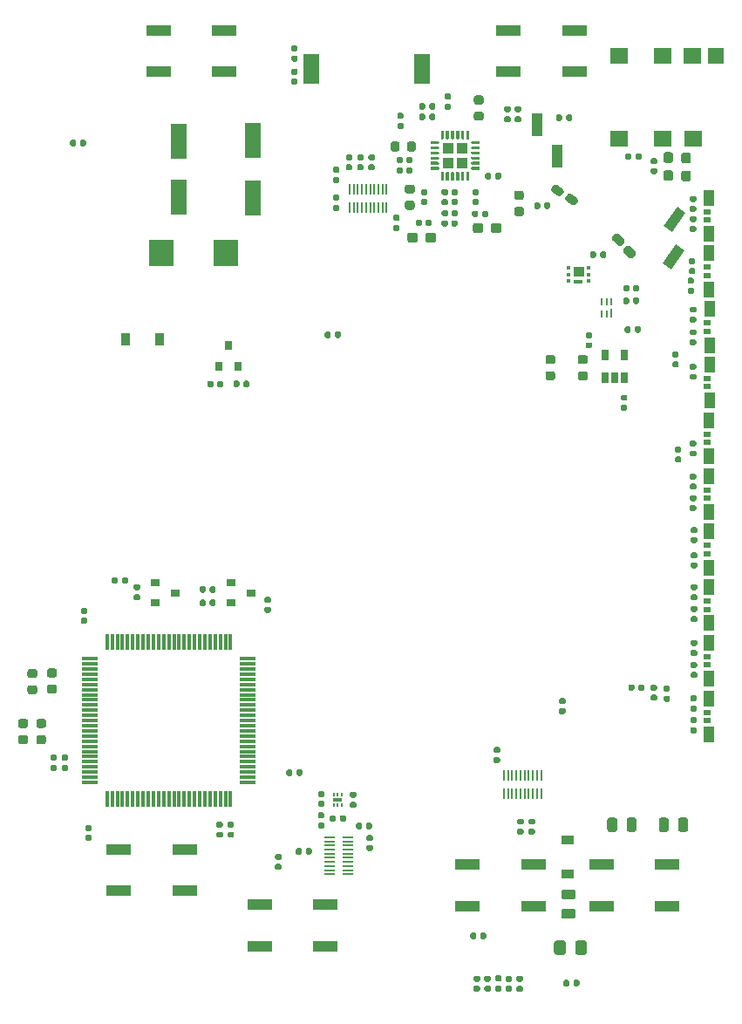
<source format=gbr>
G04 #@! TF.GenerationSoftware,KiCad,Pcbnew,5.1.6+dfsg1-1~bpo10+1*
G04 #@! TF.CreationDate,2021-03-28T20:24:38-04:00*
G04 #@! TF.ProjectId,RUSP_Mainboard,52555350-5f4d-4616-996e-626f6172642e,rev?*
G04 #@! TF.SameCoordinates,Original*
G04 #@! TF.FileFunction,Paste,Bot*
G04 #@! TF.FilePolarity,Positive*
%FSLAX46Y46*%
G04 Gerber Fmt 4.6, Leading zero omitted, Abs format (unit mm)*
G04 Created by KiCad (PCBNEW 5.1.6+dfsg1-1~bpo10+1) date 2021-03-28 20:24:38*
%MOMM*%
%LPD*%
G01*
G04 APERTURE LIST*
%ADD10C,0.010000*%
%ADD11R,0.200000X1.100000*%
%ADD12R,0.200000X1.000000*%
%ADD13R,2.400000X1.100000*%
%ADD14R,0.180000X0.350000*%
%ADD15R,0.940000X0.300000*%
%ADD16R,0.450000X0.300000*%
%ADD17R,1.000000X1.500000*%
%ADD18R,0.800000X0.500000*%
%ADD19R,1.600000X3.500000*%
%ADD20R,1.200000X0.900000*%
%ADD21R,1.500000X0.300000*%
%ADD22R,0.300000X1.500000*%
%ADD23R,1.500000X3.000000*%
%ADD24R,0.800000X0.900000*%
%ADD25R,0.280000X0.850000*%
%ADD26R,0.280000X0.750000*%
%ADD27R,0.650000X1.060000*%
%ADD28C,0.100000*%
%ADD29R,1.100000X1.100000*%
%ADD30R,0.900000X1.200000*%
%ADD31R,1.600000X1.600000*%
%ADD32R,1.800000X1.600000*%
%ADD33R,0.900000X0.800000*%
%ADD34R,2.370000X2.550000*%
%ADD35R,1.020000X2.290000*%
%ADD36R,1.100000X0.200000*%
%ADD37R,1.000000X0.200000*%
G04 APERTURE END LIST*
D10*
G36*
X168000000Y-81945000D02*
G01*
X167200000Y-81945000D01*
X167197383Y-81945069D01*
X167194774Y-81945274D01*
X167192178Y-81945616D01*
X167189604Y-81946093D01*
X167187059Y-81946704D01*
X167184549Y-81947447D01*
X167182082Y-81948321D01*
X167179663Y-81949323D01*
X167177300Y-81950450D01*
X167175000Y-81951699D01*
X167172768Y-81953066D01*
X167170611Y-81954549D01*
X167168534Y-81956143D01*
X167166543Y-81957843D01*
X167164645Y-81959645D01*
X167162843Y-81961543D01*
X167161143Y-81963534D01*
X167159549Y-81965611D01*
X167158066Y-81967768D01*
X167156699Y-81970000D01*
X167155450Y-81972300D01*
X167154323Y-81974663D01*
X167153321Y-81977082D01*
X167152447Y-81979549D01*
X167151704Y-81982059D01*
X167151093Y-81984604D01*
X167150616Y-81987178D01*
X167150274Y-81989774D01*
X167150069Y-81992383D01*
X167150000Y-81995000D01*
X167150000Y-82755000D01*
X167150069Y-82757617D01*
X167150274Y-82760226D01*
X167150616Y-82762822D01*
X167151093Y-82765396D01*
X167151704Y-82767941D01*
X167152447Y-82770451D01*
X167153321Y-82772918D01*
X167154323Y-82775337D01*
X167155450Y-82777700D01*
X167156699Y-82780000D01*
X167158066Y-82782232D01*
X167159549Y-82784389D01*
X167161143Y-82786466D01*
X167162843Y-82788457D01*
X167164645Y-82790355D01*
X167166543Y-82792157D01*
X167168534Y-82793857D01*
X167170611Y-82795451D01*
X167172768Y-82796934D01*
X167175000Y-82798301D01*
X167177300Y-82799550D01*
X167179663Y-82800677D01*
X167182082Y-82801679D01*
X167184549Y-82802553D01*
X167187059Y-82803296D01*
X167189604Y-82803907D01*
X167192178Y-82804384D01*
X167194774Y-82804726D01*
X167197383Y-82804931D01*
X167200000Y-82805000D01*
X168000000Y-82805000D01*
X168002617Y-82804931D01*
X168005226Y-82804726D01*
X168007822Y-82804384D01*
X168010396Y-82803907D01*
X168012941Y-82803296D01*
X168015451Y-82802553D01*
X168017918Y-82801679D01*
X168020337Y-82800677D01*
X168022700Y-82799550D01*
X168025000Y-82798301D01*
X168027232Y-82796934D01*
X168029389Y-82795451D01*
X168031466Y-82793857D01*
X168033457Y-82792157D01*
X168035355Y-82790355D01*
X168037157Y-82788457D01*
X168038857Y-82786466D01*
X168040451Y-82784389D01*
X168041934Y-82782232D01*
X168043301Y-82780000D01*
X168044550Y-82777700D01*
X168045677Y-82775337D01*
X168046679Y-82772918D01*
X168047553Y-82770451D01*
X168048296Y-82767941D01*
X168048907Y-82765396D01*
X168049384Y-82762822D01*
X168049726Y-82760226D01*
X168049931Y-82757617D01*
X168050000Y-82755000D01*
X168050000Y-81995000D01*
X168049931Y-81992383D01*
X168049726Y-81989774D01*
X168049384Y-81987178D01*
X168048907Y-81984604D01*
X168048296Y-81982059D01*
X168047553Y-81979549D01*
X168046679Y-81977082D01*
X168045677Y-81974663D01*
X168044550Y-81972300D01*
X168043301Y-81970000D01*
X168041934Y-81967768D01*
X168040451Y-81965611D01*
X168038857Y-81963534D01*
X168037157Y-81961543D01*
X168035355Y-81959645D01*
X168033457Y-81957843D01*
X168031466Y-81956143D01*
X168029389Y-81954549D01*
X168027232Y-81953066D01*
X168025000Y-81951699D01*
X168022700Y-81950450D01*
X168020337Y-81949323D01*
X168017918Y-81948321D01*
X168015451Y-81947447D01*
X168012941Y-81946704D01*
X168010396Y-81946093D01*
X168007822Y-81945616D01*
X168005226Y-81945274D01*
X168002617Y-81945069D01*
X168000000Y-81945000D01*
G37*
X168000000Y-81945000D02*
X167200000Y-81945000D01*
X167197383Y-81945069D01*
X167194774Y-81945274D01*
X167192178Y-81945616D01*
X167189604Y-81946093D01*
X167187059Y-81946704D01*
X167184549Y-81947447D01*
X167182082Y-81948321D01*
X167179663Y-81949323D01*
X167177300Y-81950450D01*
X167175000Y-81951699D01*
X167172768Y-81953066D01*
X167170611Y-81954549D01*
X167168534Y-81956143D01*
X167166543Y-81957843D01*
X167164645Y-81959645D01*
X167162843Y-81961543D01*
X167161143Y-81963534D01*
X167159549Y-81965611D01*
X167158066Y-81967768D01*
X167156699Y-81970000D01*
X167155450Y-81972300D01*
X167154323Y-81974663D01*
X167153321Y-81977082D01*
X167152447Y-81979549D01*
X167151704Y-81982059D01*
X167151093Y-81984604D01*
X167150616Y-81987178D01*
X167150274Y-81989774D01*
X167150069Y-81992383D01*
X167150000Y-81995000D01*
X167150000Y-82755000D01*
X167150069Y-82757617D01*
X167150274Y-82760226D01*
X167150616Y-82762822D01*
X167151093Y-82765396D01*
X167151704Y-82767941D01*
X167152447Y-82770451D01*
X167153321Y-82772918D01*
X167154323Y-82775337D01*
X167155450Y-82777700D01*
X167156699Y-82780000D01*
X167158066Y-82782232D01*
X167159549Y-82784389D01*
X167161143Y-82786466D01*
X167162843Y-82788457D01*
X167164645Y-82790355D01*
X167166543Y-82792157D01*
X167168534Y-82793857D01*
X167170611Y-82795451D01*
X167172768Y-82796934D01*
X167175000Y-82798301D01*
X167177300Y-82799550D01*
X167179663Y-82800677D01*
X167182082Y-82801679D01*
X167184549Y-82802553D01*
X167187059Y-82803296D01*
X167189604Y-82803907D01*
X167192178Y-82804384D01*
X167194774Y-82804726D01*
X167197383Y-82804931D01*
X167200000Y-82805000D01*
X168000000Y-82805000D01*
X168002617Y-82804931D01*
X168005226Y-82804726D01*
X168007822Y-82804384D01*
X168010396Y-82803907D01*
X168012941Y-82803296D01*
X168015451Y-82802553D01*
X168017918Y-82801679D01*
X168020337Y-82800677D01*
X168022700Y-82799550D01*
X168025000Y-82798301D01*
X168027232Y-82796934D01*
X168029389Y-82795451D01*
X168031466Y-82793857D01*
X168033457Y-82792157D01*
X168035355Y-82790355D01*
X168037157Y-82788457D01*
X168038857Y-82786466D01*
X168040451Y-82784389D01*
X168041934Y-82782232D01*
X168043301Y-82780000D01*
X168044550Y-82777700D01*
X168045677Y-82775337D01*
X168046679Y-82772918D01*
X168047553Y-82770451D01*
X168048296Y-82767941D01*
X168048907Y-82765396D01*
X168049384Y-82762822D01*
X168049726Y-82760226D01*
X168049931Y-82757617D01*
X168050000Y-82755000D01*
X168050000Y-81995000D01*
X168049931Y-81992383D01*
X168049726Y-81989774D01*
X168049384Y-81987178D01*
X168048907Y-81984604D01*
X168048296Y-81982059D01*
X168047553Y-81979549D01*
X168046679Y-81977082D01*
X168045677Y-81974663D01*
X168044550Y-81972300D01*
X168043301Y-81970000D01*
X168041934Y-81967768D01*
X168040451Y-81965611D01*
X168038857Y-81963534D01*
X168037157Y-81961543D01*
X168035355Y-81959645D01*
X168033457Y-81957843D01*
X168031466Y-81956143D01*
X168029389Y-81954549D01*
X168027232Y-81953066D01*
X168025000Y-81951699D01*
X168022700Y-81950450D01*
X168020337Y-81949323D01*
X168017918Y-81948321D01*
X168015451Y-81947447D01*
X168012941Y-81946704D01*
X168010396Y-81946093D01*
X168007822Y-81945616D01*
X168005226Y-81945274D01*
X168002617Y-81945069D01*
X168000000Y-81945000D01*
G36*
X167205000Y-83495000D02*
G01*
X167805000Y-83495000D01*
X167807617Y-83494931D01*
X167810226Y-83494726D01*
X167812822Y-83494384D01*
X167815396Y-83493907D01*
X167817941Y-83493296D01*
X167820451Y-83492553D01*
X167822918Y-83491679D01*
X167825337Y-83490677D01*
X167827700Y-83489550D01*
X167830000Y-83488301D01*
X167832232Y-83486934D01*
X167834389Y-83485451D01*
X167836466Y-83483857D01*
X167838457Y-83482157D01*
X167840355Y-83480355D01*
X167842157Y-83478457D01*
X167843857Y-83476466D01*
X167845451Y-83474389D01*
X167846934Y-83472232D01*
X167848301Y-83470000D01*
X167849550Y-83467700D01*
X167850677Y-83465337D01*
X167851679Y-83462918D01*
X167852553Y-83460451D01*
X167853296Y-83457941D01*
X167853907Y-83455396D01*
X167854384Y-83452822D01*
X167854726Y-83450226D01*
X167854931Y-83447617D01*
X167855000Y-83445000D01*
X167855000Y-83255000D01*
X167854931Y-83252383D01*
X167854726Y-83249774D01*
X167854384Y-83247178D01*
X167853907Y-83244604D01*
X167853296Y-83242059D01*
X167852553Y-83239549D01*
X167851679Y-83237082D01*
X167850677Y-83234663D01*
X167849550Y-83232300D01*
X167848301Y-83230000D01*
X167846934Y-83227768D01*
X167845451Y-83225611D01*
X167843857Y-83223534D01*
X167842157Y-83221543D01*
X167840355Y-83219645D01*
X167838457Y-83217843D01*
X167836466Y-83216143D01*
X167834389Y-83214549D01*
X167832232Y-83213066D01*
X167830000Y-83211699D01*
X167827700Y-83210450D01*
X167825337Y-83209323D01*
X167822918Y-83208321D01*
X167820451Y-83207447D01*
X167817941Y-83206704D01*
X167815396Y-83206093D01*
X167812822Y-83205616D01*
X167810226Y-83205274D01*
X167807617Y-83205069D01*
X167805000Y-83205000D01*
X167205000Y-83205000D01*
X167202383Y-83205069D01*
X167199774Y-83205274D01*
X167197178Y-83205616D01*
X167194604Y-83206093D01*
X167192059Y-83206704D01*
X167189549Y-83207447D01*
X167187082Y-83208321D01*
X167184663Y-83209323D01*
X167182300Y-83210450D01*
X167180000Y-83211699D01*
X167177768Y-83213066D01*
X167175611Y-83214549D01*
X167173534Y-83216143D01*
X167171543Y-83217843D01*
X167169645Y-83219645D01*
X167167843Y-83221543D01*
X167166143Y-83223534D01*
X167164549Y-83225611D01*
X167163066Y-83227768D01*
X167161699Y-83230000D01*
X167160450Y-83232300D01*
X167159323Y-83234663D01*
X167158321Y-83237082D01*
X167157447Y-83239549D01*
X167156704Y-83242059D01*
X167156093Y-83244604D01*
X167155616Y-83247178D01*
X167155274Y-83249774D01*
X167155069Y-83252383D01*
X167155000Y-83255000D01*
X167155000Y-83445000D01*
X167155069Y-83447617D01*
X167155274Y-83450226D01*
X167155616Y-83452822D01*
X167156093Y-83455396D01*
X167156704Y-83457941D01*
X167157447Y-83460451D01*
X167158321Y-83462918D01*
X167159323Y-83465337D01*
X167160450Y-83467700D01*
X167161699Y-83470000D01*
X167163066Y-83472232D01*
X167164549Y-83474389D01*
X167166143Y-83476466D01*
X167167843Y-83478457D01*
X167169645Y-83480355D01*
X167171543Y-83482157D01*
X167173534Y-83483857D01*
X167175611Y-83485451D01*
X167177768Y-83486934D01*
X167180000Y-83488301D01*
X167182300Y-83489550D01*
X167184663Y-83490677D01*
X167187082Y-83491679D01*
X167189549Y-83492553D01*
X167192059Y-83493296D01*
X167194604Y-83493907D01*
X167197178Y-83494384D01*
X167199774Y-83494726D01*
X167202383Y-83494931D01*
X167205000Y-83495000D01*
G37*
X167205000Y-83495000D02*
X167805000Y-83495000D01*
X167807617Y-83494931D01*
X167810226Y-83494726D01*
X167812822Y-83494384D01*
X167815396Y-83493907D01*
X167817941Y-83493296D01*
X167820451Y-83492553D01*
X167822918Y-83491679D01*
X167825337Y-83490677D01*
X167827700Y-83489550D01*
X167830000Y-83488301D01*
X167832232Y-83486934D01*
X167834389Y-83485451D01*
X167836466Y-83483857D01*
X167838457Y-83482157D01*
X167840355Y-83480355D01*
X167842157Y-83478457D01*
X167843857Y-83476466D01*
X167845451Y-83474389D01*
X167846934Y-83472232D01*
X167848301Y-83470000D01*
X167849550Y-83467700D01*
X167850677Y-83465337D01*
X167851679Y-83462918D01*
X167852553Y-83460451D01*
X167853296Y-83457941D01*
X167853907Y-83455396D01*
X167854384Y-83452822D01*
X167854726Y-83450226D01*
X167854931Y-83447617D01*
X167855000Y-83445000D01*
X167855000Y-83255000D01*
X167854931Y-83252383D01*
X167854726Y-83249774D01*
X167854384Y-83247178D01*
X167853907Y-83244604D01*
X167853296Y-83242059D01*
X167852553Y-83239549D01*
X167851679Y-83237082D01*
X167850677Y-83234663D01*
X167849550Y-83232300D01*
X167848301Y-83230000D01*
X167846934Y-83227768D01*
X167845451Y-83225611D01*
X167843857Y-83223534D01*
X167842157Y-83221543D01*
X167840355Y-83219645D01*
X167838457Y-83217843D01*
X167836466Y-83216143D01*
X167834389Y-83214549D01*
X167832232Y-83213066D01*
X167830000Y-83211699D01*
X167827700Y-83210450D01*
X167825337Y-83209323D01*
X167822918Y-83208321D01*
X167820451Y-83207447D01*
X167817941Y-83206704D01*
X167815396Y-83206093D01*
X167812822Y-83205616D01*
X167810226Y-83205274D01*
X167807617Y-83205069D01*
X167805000Y-83205000D01*
X167205000Y-83205000D01*
X167202383Y-83205069D01*
X167199774Y-83205274D01*
X167197178Y-83205616D01*
X167194604Y-83206093D01*
X167192059Y-83206704D01*
X167189549Y-83207447D01*
X167187082Y-83208321D01*
X167184663Y-83209323D01*
X167182300Y-83210450D01*
X167180000Y-83211699D01*
X167177768Y-83213066D01*
X167175611Y-83214549D01*
X167173534Y-83216143D01*
X167171543Y-83217843D01*
X167169645Y-83219645D01*
X167167843Y-83221543D01*
X167166143Y-83223534D01*
X167164549Y-83225611D01*
X167163066Y-83227768D01*
X167161699Y-83230000D01*
X167160450Y-83232300D01*
X167159323Y-83234663D01*
X167158321Y-83237082D01*
X167157447Y-83239549D01*
X167156704Y-83242059D01*
X167156093Y-83244604D01*
X167155616Y-83247178D01*
X167155274Y-83249774D01*
X167155069Y-83252383D01*
X167155000Y-83255000D01*
X167155000Y-83445000D01*
X167155069Y-83447617D01*
X167155274Y-83450226D01*
X167155616Y-83452822D01*
X167156093Y-83455396D01*
X167156704Y-83457941D01*
X167157447Y-83460451D01*
X167158321Y-83462918D01*
X167159323Y-83465337D01*
X167160450Y-83467700D01*
X167161699Y-83470000D01*
X167163066Y-83472232D01*
X167164549Y-83474389D01*
X167166143Y-83476466D01*
X167167843Y-83478457D01*
X167169645Y-83480355D01*
X167171543Y-83482157D01*
X167173534Y-83483857D01*
X167175611Y-83485451D01*
X167177768Y-83486934D01*
X167180000Y-83488301D01*
X167182300Y-83489550D01*
X167184663Y-83490677D01*
X167187082Y-83491679D01*
X167189549Y-83492553D01*
X167192059Y-83493296D01*
X167194604Y-83493907D01*
X167197178Y-83494384D01*
X167199774Y-83494726D01*
X167202383Y-83494931D01*
X167205000Y-83495000D01*
D11*
X163950000Y-133070000D03*
D12*
X163550000Y-133120000D03*
X163150000Y-133120000D03*
X162750000Y-133120000D03*
X162350000Y-133120000D03*
X161950000Y-133120000D03*
X161550000Y-133120000D03*
X161150000Y-133120000D03*
X160750000Y-133120000D03*
X160350000Y-133120000D03*
X160350000Y-131320000D03*
X160750000Y-131320000D03*
X161150000Y-131320000D03*
X161550000Y-131320000D03*
X161950000Y-131320000D03*
X162350000Y-131320000D03*
X162750000Y-131320000D03*
X163150000Y-131320000D03*
X163550000Y-131320000D03*
X163950000Y-131320000D03*
D13*
X160800000Y-59000000D03*
X167200000Y-59000000D03*
X167200000Y-63000000D03*
X160800000Y-63000000D03*
X126800000Y-59000000D03*
X133200000Y-59000000D03*
X133200000Y-63000000D03*
X126800000Y-63000000D03*
X129346000Y-142497000D03*
X122946000Y-142497000D03*
X122946000Y-138497000D03*
X129346000Y-138497000D03*
X143027000Y-147886000D03*
X136627000Y-147886000D03*
X136627000Y-143886000D03*
X143027000Y-143886000D03*
X163200000Y-144000000D03*
X156800000Y-144000000D03*
X156800000Y-140000000D03*
X163200000Y-140000000D03*
X176200000Y-144000000D03*
X169800000Y-144000000D03*
X169800000Y-140000000D03*
X176200000Y-140000000D03*
D14*
X143800000Y-133175000D03*
X144200000Y-133175000D03*
X144600000Y-133175000D03*
X144600000Y-134225000D03*
X144200000Y-134225000D03*
X143800000Y-134225000D03*
D15*
X144200000Y-133700000D03*
D16*
X168575000Y-82050000D03*
X168575000Y-82700000D03*
X168575000Y-83350000D03*
X166625000Y-83350000D03*
X166625000Y-82700000D03*
X166625000Y-82050000D03*
D17*
X180280000Y-127350000D03*
X180280000Y-123850000D03*
D18*
X180050000Y-126000000D03*
X180050000Y-125200000D03*
D19*
X136000000Y-69700000D03*
X136000000Y-75300000D03*
D17*
X180280000Y-78750000D03*
X180280000Y-75250000D03*
D18*
X180050000Y-77400000D03*
X180050000Y-76600000D03*
D17*
X180280000Y-84150000D03*
X180280000Y-80650000D03*
D18*
X180050000Y-82800000D03*
X180050000Y-82000000D03*
D17*
X180300000Y-89550000D03*
X180300000Y-86050000D03*
D18*
X180070000Y-88200000D03*
X180070000Y-87400000D03*
D17*
X180300000Y-94950000D03*
X180300000Y-91450000D03*
D18*
X180070000Y-93600000D03*
X180070000Y-92800000D03*
D17*
X180280000Y-100350000D03*
X180280000Y-96850000D03*
D18*
X180050000Y-99000000D03*
X180050000Y-98200000D03*
D17*
X180280000Y-105750000D03*
X180280000Y-102250000D03*
D18*
X180050000Y-104400000D03*
X180050000Y-103600000D03*
D17*
X180280000Y-111150000D03*
X180280000Y-107650000D03*
D18*
X180050000Y-109800000D03*
X180050000Y-109000000D03*
D17*
X180280000Y-116550000D03*
X180280000Y-113050000D03*
D18*
X180050000Y-115200000D03*
X180050000Y-114400000D03*
D17*
X180280000Y-121950000D03*
X180280000Y-118450000D03*
D18*
X180050000Y-120600000D03*
X180050000Y-119800000D03*
D20*
X166500000Y-137570000D03*
X166500000Y-140870000D03*
G36*
G01*
X166350000Y-147599999D02*
X166350000Y-148500001D01*
G75*
G02*
X166100001Y-148750000I-249999J0D01*
G01*
X165449999Y-148750000D01*
G75*
G02*
X165200000Y-148500001I0J249999D01*
G01*
X165200000Y-147599999D01*
G75*
G02*
X165449999Y-147350000I249999J0D01*
G01*
X166100001Y-147350000D01*
G75*
G02*
X166350000Y-147599999I0J-249999D01*
G01*
G37*
G36*
G01*
X168400000Y-147599999D02*
X168400000Y-148500001D01*
G75*
G02*
X168150001Y-148750000I-249999J0D01*
G01*
X167499999Y-148750000D01*
G75*
G02*
X167250000Y-148500001I0J249999D01*
G01*
X167250000Y-147599999D01*
G75*
G02*
X167499999Y-147350000I249999J0D01*
G01*
X168150001Y-147350000D01*
G75*
G02*
X168400000Y-147599999I0J-249999D01*
G01*
G37*
D21*
X135450000Y-132000000D03*
X135450000Y-131500000D03*
X135450000Y-131000000D03*
X135450000Y-130500000D03*
X135450000Y-130000000D03*
X135450000Y-129500000D03*
X135450000Y-129000000D03*
X135450000Y-128500000D03*
X135450000Y-128000000D03*
X135450000Y-127500000D03*
X135450000Y-127000000D03*
X135450000Y-126500000D03*
X135450000Y-126000000D03*
X135450000Y-125500000D03*
X135450000Y-125000000D03*
X135450000Y-124500000D03*
X135450000Y-124000000D03*
X135450000Y-123500000D03*
X135450000Y-123000000D03*
X135450000Y-122500000D03*
X135450000Y-122000000D03*
X135450000Y-121500000D03*
X135450000Y-121000000D03*
X135450000Y-120500000D03*
X135450000Y-120000000D03*
D22*
X133800000Y-118350000D03*
X133300000Y-118350000D03*
X132800000Y-118350000D03*
X132300000Y-118350000D03*
X131800000Y-118350000D03*
X131300000Y-118350000D03*
X130800000Y-118350000D03*
X130300000Y-118350000D03*
X129800000Y-118350000D03*
X129300000Y-118350000D03*
X128800000Y-118350000D03*
X128300000Y-118350000D03*
X127800000Y-118350000D03*
X127300000Y-118350000D03*
X126800000Y-118350000D03*
X126300000Y-118350000D03*
X125800000Y-118350000D03*
X125300000Y-118350000D03*
X124800000Y-118350000D03*
X124300000Y-118350000D03*
X123800000Y-118350000D03*
X123300000Y-118350000D03*
X122800000Y-118350000D03*
X122300000Y-118350000D03*
X121800000Y-118350000D03*
D21*
X120150000Y-120000000D03*
X120150000Y-120500000D03*
X120150000Y-121000000D03*
X120150000Y-121500000D03*
X120150000Y-122000000D03*
X120150000Y-122500000D03*
X120150000Y-123000000D03*
X120150000Y-123500000D03*
X120150000Y-124000000D03*
X120150000Y-124500000D03*
X120150000Y-125000000D03*
X120150000Y-125500000D03*
X120150000Y-126000000D03*
X120150000Y-126500000D03*
X120150000Y-127000000D03*
X120150000Y-127500000D03*
X120150000Y-128000000D03*
X120150000Y-128500000D03*
X120150000Y-129000000D03*
X120150000Y-129500000D03*
X120150000Y-130000000D03*
X120150000Y-130500000D03*
X120150000Y-131000000D03*
X120150000Y-131500000D03*
X120150000Y-132000000D03*
D22*
X121800000Y-133650000D03*
X122300000Y-133650000D03*
X122800000Y-133650000D03*
X123300000Y-133650000D03*
X123800000Y-133650000D03*
X124300000Y-133650000D03*
X124800000Y-133650000D03*
X125300000Y-133650000D03*
X125800000Y-133650000D03*
X126300000Y-133650000D03*
X126800000Y-133650000D03*
X127300000Y-133650000D03*
X127800000Y-133650000D03*
X128300000Y-133650000D03*
X128800000Y-133650000D03*
X129300000Y-133650000D03*
X129800000Y-133650000D03*
X130300000Y-133650000D03*
X130800000Y-133650000D03*
X131300000Y-133650000D03*
X131800000Y-133650000D03*
X132300000Y-133650000D03*
X132800000Y-133650000D03*
X133300000Y-133650000D03*
X133800000Y-133650000D03*
G36*
G01*
X134660000Y-93152500D02*
X134660000Y-93497500D01*
G75*
G02*
X134512500Y-93645000I-147500J0D01*
G01*
X134217500Y-93645000D01*
G75*
G02*
X134070000Y-93497500I0J147500D01*
G01*
X134070000Y-93152500D01*
G75*
G02*
X134217500Y-93005000I147500J0D01*
G01*
X134512500Y-93005000D01*
G75*
G02*
X134660000Y-93152500I0J-147500D01*
G01*
G37*
G36*
G01*
X135630000Y-93152500D02*
X135630000Y-93497500D01*
G75*
G02*
X135482500Y-93645000I-147500J0D01*
G01*
X135187500Y-93645000D01*
G75*
G02*
X135040000Y-93497500I0J147500D01*
G01*
X135040000Y-93152500D01*
G75*
G02*
X135187500Y-93005000I147500J0D01*
G01*
X135482500Y-93005000D01*
G75*
G02*
X135630000Y-93152500I0J-147500D01*
G01*
G37*
G36*
G01*
X132110000Y-93177500D02*
X132110000Y-93522500D01*
G75*
G02*
X131962500Y-93670000I-147500J0D01*
G01*
X131667500Y-93670000D01*
G75*
G02*
X131520000Y-93522500I0J147500D01*
G01*
X131520000Y-93177500D01*
G75*
G02*
X131667500Y-93030000I147500J0D01*
G01*
X131962500Y-93030000D01*
G75*
G02*
X132110000Y-93177500I0J-147500D01*
G01*
G37*
G36*
G01*
X133080000Y-93177500D02*
X133080000Y-93522500D01*
G75*
G02*
X132932500Y-93670000I-147500J0D01*
G01*
X132637500Y-93670000D01*
G75*
G02*
X132490000Y-93522500I0J147500D01*
G01*
X132490000Y-93177500D01*
G75*
G02*
X132637500Y-93030000I147500J0D01*
G01*
X132932500Y-93030000D01*
G75*
G02*
X133080000Y-93177500I0J-147500D01*
G01*
G37*
G36*
G01*
X116772500Y-129910000D02*
X116427500Y-129910000D01*
G75*
G02*
X116280000Y-129762500I0J147500D01*
G01*
X116280000Y-129467500D01*
G75*
G02*
X116427500Y-129320000I147500J0D01*
G01*
X116772500Y-129320000D01*
G75*
G02*
X116920000Y-129467500I0J-147500D01*
G01*
X116920000Y-129762500D01*
G75*
G02*
X116772500Y-129910000I-147500J0D01*
G01*
G37*
G36*
G01*
X116772500Y-130880000D02*
X116427500Y-130880000D01*
G75*
G02*
X116280000Y-130732500I0J147500D01*
G01*
X116280000Y-130437500D01*
G75*
G02*
X116427500Y-130290000I147500J0D01*
G01*
X116772500Y-130290000D01*
G75*
G02*
X116920000Y-130437500I0J-147500D01*
G01*
X116920000Y-130732500D01*
G75*
G02*
X116772500Y-130880000I-147500J0D01*
G01*
G37*
G36*
G01*
X138597500Y-140505000D02*
X138252500Y-140505000D01*
G75*
G02*
X138105000Y-140357500I0J147500D01*
G01*
X138105000Y-140062500D01*
G75*
G02*
X138252500Y-139915000I147500J0D01*
G01*
X138597500Y-139915000D01*
G75*
G02*
X138745000Y-140062500I0J-147500D01*
G01*
X138745000Y-140357500D01*
G75*
G02*
X138597500Y-140505000I-147500J0D01*
G01*
G37*
G36*
G01*
X138597500Y-139535000D02*
X138252500Y-139535000D01*
G75*
G02*
X138105000Y-139387500I0J147500D01*
G01*
X138105000Y-139092500D01*
G75*
G02*
X138252500Y-138945000I147500J0D01*
G01*
X138597500Y-138945000D01*
G75*
G02*
X138745000Y-139092500I0J-147500D01*
G01*
X138745000Y-139387500D01*
G75*
G02*
X138597500Y-139535000I-147500J0D01*
G01*
G37*
G36*
G01*
X137227500Y-114960000D02*
X137572500Y-114960000D01*
G75*
G02*
X137720000Y-115107500I0J-147500D01*
G01*
X137720000Y-115402500D01*
G75*
G02*
X137572500Y-115550000I-147500J0D01*
G01*
X137227500Y-115550000D01*
G75*
G02*
X137080000Y-115402500I0J147500D01*
G01*
X137080000Y-115107500D01*
G75*
G02*
X137227500Y-114960000I147500J0D01*
G01*
G37*
G36*
G01*
X137227500Y-113990000D02*
X137572500Y-113990000D01*
G75*
G02*
X137720000Y-114137500I0J-147500D01*
G01*
X137720000Y-114432500D01*
G75*
G02*
X137572500Y-114580000I-147500J0D01*
G01*
X137227500Y-114580000D01*
G75*
G02*
X137080000Y-114432500I0J147500D01*
G01*
X137080000Y-114137500D01*
G75*
G02*
X137227500Y-113990000I147500J0D01*
G01*
G37*
G36*
G01*
X119747500Y-116630000D02*
X119402500Y-116630000D01*
G75*
G02*
X119255000Y-116482500I0J147500D01*
G01*
X119255000Y-116187500D01*
G75*
G02*
X119402500Y-116040000I147500J0D01*
G01*
X119747500Y-116040000D01*
G75*
G02*
X119895000Y-116187500I0J-147500D01*
G01*
X119895000Y-116482500D01*
G75*
G02*
X119747500Y-116630000I-147500J0D01*
G01*
G37*
G36*
G01*
X119747500Y-115660000D02*
X119402500Y-115660000D01*
G75*
G02*
X119255000Y-115512500I0J147500D01*
G01*
X119255000Y-115217500D01*
G75*
G02*
X119402500Y-115070000I147500J0D01*
G01*
X119747500Y-115070000D01*
G75*
G02*
X119895000Y-115217500I0J-147500D01*
G01*
X119895000Y-115512500D01*
G75*
G02*
X119747500Y-115660000I-147500J0D01*
G01*
G37*
G36*
G01*
X139810000Y-130877500D02*
X139810000Y-131222500D01*
G75*
G02*
X139662500Y-131370000I-147500J0D01*
G01*
X139367500Y-131370000D01*
G75*
G02*
X139220000Y-131222500I0J147500D01*
G01*
X139220000Y-130877500D01*
G75*
G02*
X139367500Y-130730000I147500J0D01*
G01*
X139662500Y-130730000D01*
G75*
G02*
X139810000Y-130877500I0J-147500D01*
G01*
G37*
G36*
G01*
X140780000Y-130877500D02*
X140780000Y-131222500D01*
G75*
G02*
X140632500Y-131370000I-147500J0D01*
G01*
X140337500Y-131370000D01*
G75*
G02*
X140190000Y-131222500I0J147500D01*
G01*
X140190000Y-130877500D01*
G75*
G02*
X140337500Y-130730000I147500J0D01*
G01*
X140632500Y-130730000D01*
G75*
G02*
X140780000Y-130877500I0J-147500D01*
G01*
G37*
G36*
G01*
X167680000Y-151327500D02*
X167680000Y-151672500D01*
G75*
G02*
X167532500Y-151820000I-147500J0D01*
G01*
X167237500Y-151820000D01*
G75*
G02*
X167090000Y-151672500I0J147500D01*
G01*
X167090000Y-151327500D01*
G75*
G02*
X167237500Y-151180000I147500J0D01*
G01*
X167532500Y-151180000D01*
G75*
G02*
X167680000Y-151327500I0J-147500D01*
G01*
G37*
G36*
G01*
X166710000Y-151327500D02*
X166710000Y-151672500D01*
G75*
G02*
X166562500Y-151820000I-147500J0D01*
G01*
X166267500Y-151820000D01*
G75*
G02*
X166120000Y-151672500I0J147500D01*
G01*
X166120000Y-151327500D01*
G75*
G02*
X166267500Y-151180000I147500J0D01*
G01*
X166562500Y-151180000D01*
G75*
G02*
X166710000Y-151327500I0J-147500D01*
G01*
G37*
G36*
G01*
X157527500Y-150770000D02*
X157872500Y-150770000D01*
G75*
G02*
X158020000Y-150917500I0J-147500D01*
G01*
X158020000Y-151212500D01*
G75*
G02*
X157872500Y-151360000I-147500J0D01*
G01*
X157527500Y-151360000D01*
G75*
G02*
X157380000Y-151212500I0J147500D01*
G01*
X157380000Y-150917500D01*
G75*
G02*
X157527500Y-150770000I147500J0D01*
G01*
G37*
G36*
G01*
X157527500Y-151740000D02*
X157872500Y-151740000D01*
G75*
G02*
X158020000Y-151887500I0J-147500D01*
G01*
X158020000Y-152182500D01*
G75*
G02*
X157872500Y-152330000I-147500J0D01*
G01*
X157527500Y-152330000D01*
G75*
G02*
X157380000Y-152182500I0J147500D01*
G01*
X157380000Y-151887500D01*
G75*
G02*
X157527500Y-151740000I147500J0D01*
G01*
G37*
G36*
G01*
X160657500Y-150780000D02*
X161002500Y-150780000D01*
G75*
G02*
X161150000Y-150927500I0J-147500D01*
G01*
X161150000Y-151222500D01*
G75*
G02*
X161002500Y-151370000I-147500J0D01*
G01*
X160657500Y-151370000D01*
G75*
G02*
X160510000Y-151222500I0J147500D01*
G01*
X160510000Y-150927500D01*
G75*
G02*
X160657500Y-150780000I147500J0D01*
G01*
G37*
G36*
G01*
X160657500Y-151750000D02*
X161002500Y-151750000D01*
G75*
G02*
X161150000Y-151897500I0J-147500D01*
G01*
X161150000Y-152192500D01*
G75*
G02*
X161002500Y-152340000I-147500J0D01*
G01*
X160657500Y-152340000D01*
G75*
G02*
X160510000Y-152192500I0J147500D01*
G01*
X160510000Y-151897500D01*
G75*
G02*
X160657500Y-151750000I147500J0D01*
G01*
G37*
G36*
G01*
X119827500Y-137090000D02*
X120172500Y-137090000D01*
G75*
G02*
X120320000Y-137237500I0J-147500D01*
G01*
X120320000Y-137532500D01*
G75*
G02*
X120172500Y-137680000I-147500J0D01*
G01*
X119827500Y-137680000D01*
G75*
G02*
X119680000Y-137532500I0J147500D01*
G01*
X119680000Y-137237500D01*
G75*
G02*
X119827500Y-137090000I147500J0D01*
G01*
G37*
G36*
G01*
X119827500Y-136120000D02*
X120172500Y-136120000D01*
G75*
G02*
X120320000Y-136267500I0J-147500D01*
G01*
X120320000Y-136562500D01*
G75*
G02*
X120172500Y-136710000I-147500J0D01*
G01*
X119827500Y-136710000D01*
G75*
G02*
X119680000Y-136562500I0J147500D01*
G01*
X119680000Y-136267500D01*
G75*
G02*
X119827500Y-136120000I147500J0D01*
G01*
G37*
G36*
G01*
X173480000Y-83877500D02*
X173480000Y-84222500D01*
G75*
G02*
X173332500Y-84370000I-147500J0D01*
G01*
X173037500Y-84370000D01*
G75*
G02*
X172890000Y-84222500I0J147500D01*
G01*
X172890000Y-83877500D01*
G75*
G02*
X173037500Y-83730000I147500J0D01*
G01*
X173332500Y-83730000D01*
G75*
G02*
X173480000Y-83877500I0J-147500D01*
G01*
G37*
G36*
G01*
X172510000Y-83877500D02*
X172510000Y-84222500D01*
G75*
G02*
X172362500Y-84370000I-147500J0D01*
G01*
X172067500Y-84370000D01*
G75*
G02*
X171920000Y-84222500I0J147500D01*
G01*
X171920000Y-83877500D01*
G75*
G02*
X172067500Y-83730000I147500J0D01*
G01*
X172362500Y-83730000D01*
G75*
G02*
X172510000Y-83877500I0J-147500D01*
G01*
G37*
D19*
X128750000Y-75200000D03*
X128750000Y-69800000D03*
G36*
G01*
X142427500Y-135890000D02*
X142772500Y-135890000D01*
G75*
G02*
X142920000Y-136037500I0J-147500D01*
G01*
X142920000Y-136332500D01*
G75*
G02*
X142772500Y-136480000I-147500J0D01*
G01*
X142427500Y-136480000D01*
G75*
G02*
X142280000Y-136332500I0J147500D01*
G01*
X142280000Y-136037500D01*
G75*
G02*
X142427500Y-135890000I147500J0D01*
G01*
G37*
G36*
G01*
X142427500Y-134920000D02*
X142772500Y-134920000D01*
G75*
G02*
X142920000Y-135067500I0J-147500D01*
G01*
X142920000Y-135362500D01*
G75*
G02*
X142772500Y-135510000I-147500J0D01*
G01*
X142427500Y-135510000D01*
G75*
G02*
X142280000Y-135362500I0J147500D01*
G01*
X142280000Y-135067500D01*
G75*
G02*
X142427500Y-134920000I147500J0D01*
G01*
G37*
G36*
G01*
X143877500Y-73240000D02*
X144222500Y-73240000D01*
G75*
G02*
X144370000Y-73387500I0J-147500D01*
G01*
X144370000Y-73682500D01*
G75*
G02*
X144222500Y-73830000I-147500J0D01*
G01*
X143877500Y-73830000D01*
G75*
G02*
X143730000Y-73682500I0J147500D01*
G01*
X143730000Y-73387500D01*
G75*
G02*
X143877500Y-73240000I147500J0D01*
G01*
G37*
G36*
G01*
X143877500Y-72270000D02*
X144222500Y-72270000D01*
G75*
G02*
X144370000Y-72417500I0J-147500D01*
G01*
X144370000Y-72712500D01*
G75*
G02*
X144222500Y-72860000I-147500J0D01*
G01*
X143877500Y-72860000D01*
G75*
G02*
X143730000Y-72712500I0J147500D01*
G01*
X143730000Y-72417500D01*
G75*
G02*
X143877500Y-72270000I147500J0D01*
G01*
G37*
G36*
G01*
X144222500Y-75560000D02*
X143877500Y-75560000D01*
G75*
G02*
X143730000Y-75412500I0J147500D01*
G01*
X143730000Y-75117500D01*
G75*
G02*
X143877500Y-74970000I147500J0D01*
G01*
X144222500Y-74970000D01*
G75*
G02*
X144370000Y-75117500I0J-147500D01*
G01*
X144370000Y-75412500D01*
G75*
G02*
X144222500Y-75560000I-147500J0D01*
G01*
G37*
G36*
G01*
X144222500Y-76530000D02*
X143877500Y-76530000D01*
G75*
G02*
X143730000Y-76382500I0J147500D01*
G01*
X143730000Y-76087500D01*
G75*
G02*
X143877500Y-75940000I147500J0D01*
G01*
X144222500Y-75940000D01*
G75*
G02*
X144370000Y-76087500I0J-147500D01*
G01*
X144370000Y-76382500D01*
G75*
G02*
X144222500Y-76530000I-147500J0D01*
G01*
G37*
G36*
G01*
X143525000Y-88377500D02*
X143525000Y-88722500D01*
G75*
G02*
X143377500Y-88870000I-147500J0D01*
G01*
X143082500Y-88870000D01*
G75*
G02*
X142935000Y-88722500I0J147500D01*
G01*
X142935000Y-88377500D01*
G75*
G02*
X143082500Y-88230000I147500J0D01*
G01*
X143377500Y-88230000D01*
G75*
G02*
X143525000Y-88377500I0J-147500D01*
G01*
G37*
G36*
G01*
X144495000Y-88377500D02*
X144495000Y-88722500D01*
G75*
G02*
X144347500Y-88870000I-147500J0D01*
G01*
X144052500Y-88870000D01*
G75*
G02*
X143905000Y-88722500I0J147500D01*
G01*
X143905000Y-88377500D01*
G75*
G02*
X144052500Y-88230000I147500J0D01*
G01*
X144347500Y-88230000D01*
G75*
G02*
X144495000Y-88377500I0J-147500D01*
G01*
G37*
G36*
G01*
X153330000Y-77517500D02*
X153330000Y-77862500D01*
G75*
G02*
X153182500Y-78010000I-147500J0D01*
G01*
X152887500Y-78010000D01*
G75*
G02*
X152740000Y-77862500I0J147500D01*
G01*
X152740000Y-77517500D01*
G75*
G02*
X152887500Y-77370000I147500J0D01*
G01*
X153182500Y-77370000D01*
G75*
G02*
X153330000Y-77517500I0J-147500D01*
G01*
G37*
G36*
G01*
X152360000Y-77517500D02*
X152360000Y-77862500D01*
G75*
G02*
X152212500Y-78010000I-147500J0D01*
G01*
X151917500Y-78010000D01*
G75*
G02*
X151770000Y-77862500I0J147500D01*
G01*
X151770000Y-77517500D01*
G75*
G02*
X151917500Y-77370000I147500J0D01*
G01*
X152212500Y-77370000D01*
G75*
G02*
X152360000Y-77517500I0J-147500D01*
G01*
G37*
G36*
G01*
X157245000Y-76997500D02*
X157245000Y-76652500D01*
G75*
G02*
X157392500Y-76505000I147500J0D01*
G01*
X157687500Y-76505000D01*
G75*
G02*
X157835000Y-76652500I0J-147500D01*
G01*
X157835000Y-76997500D01*
G75*
G02*
X157687500Y-77145000I-147500J0D01*
G01*
X157392500Y-77145000D01*
G75*
G02*
X157245000Y-76997500I0J147500D01*
G01*
G37*
G36*
G01*
X158215000Y-76997500D02*
X158215000Y-76652500D01*
G75*
G02*
X158362500Y-76505000I147500J0D01*
G01*
X158657500Y-76505000D01*
G75*
G02*
X158805000Y-76652500I0J-147500D01*
G01*
X158805000Y-76997500D01*
G75*
G02*
X158657500Y-77145000I-147500J0D01*
G01*
X158362500Y-77145000D01*
G75*
G02*
X158215000Y-76997500I0J147500D01*
G01*
G37*
G36*
G01*
X149727500Y-77890000D02*
X150072500Y-77890000D01*
G75*
G02*
X150220000Y-78037500I0J-147500D01*
G01*
X150220000Y-78332500D01*
G75*
G02*
X150072500Y-78480000I-147500J0D01*
G01*
X149727500Y-78480000D01*
G75*
G02*
X149580000Y-78332500I0J147500D01*
G01*
X149580000Y-78037500D01*
G75*
G02*
X149727500Y-77890000I147500J0D01*
G01*
G37*
G36*
G01*
X149727500Y-76920000D02*
X150072500Y-76920000D01*
G75*
G02*
X150220000Y-77067500I0J-147500D01*
G01*
X150220000Y-77362500D01*
G75*
G02*
X150072500Y-77510000I-147500J0D01*
G01*
X149727500Y-77510000D01*
G75*
G02*
X149580000Y-77362500I0J147500D01*
G01*
X149580000Y-77067500D01*
G75*
G02*
X149727500Y-76920000I147500J0D01*
G01*
G37*
G36*
G01*
X155377500Y-75390000D02*
X155722500Y-75390000D01*
G75*
G02*
X155870000Y-75537500I0J-147500D01*
G01*
X155870000Y-75832500D01*
G75*
G02*
X155722500Y-75980000I-147500J0D01*
G01*
X155377500Y-75980000D01*
G75*
G02*
X155230000Y-75832500I0J147500D01*
G01*
X155230000Y-75537500D01*
G75*
G02*
X155377500Y-75390000I147500J0D01*
G01*
G37*
G36*
G01*
X155377500Y-74420000D02*
X155722500Y-74420000D01*
G75*
G02*
X155870000Y-74567500I0J-147500D01*
G01*
X155870000Y-74862500D01*
G75*
G02*
X155722500Y-75010000I-147500J0D01*
G01*
X155377500Y-75010000D01*
G75*
G02*
X155230000Y-74862500I0J147500D01*
G01*
X155230000Y-74567500D01*
G75*
G02*
X155377500Y-74420000I147500J0D01*
G01*
G37*
G36*
G01*
X154427500Y-74420000D02*
X154772500Y-74420000D01*
G75*
G02*
X154920000Y-74567500I0J-147500D01*
G01*
X154920000Y-74862500D01*
G75*
G02*
X154772500Y-75010000I-147500J0D01*
G01*
X154427500Y-75010000D01*
G75*
G02*
X154280000Y-74862500I0J147500D01*
G01*
X154280000Y-74567500D01*
G75*
G02*
X154427500Y-74420000I147500J0D01*
G01*
G37*
G36*
G01*
X154427500Y-75390000D02*
X154772500Y-75390000D01*
G75*
G02*
X154920000Y-75537500I0J-147500D01*
G01*
X154920000Y-75832500D01*
G75*
G02*
X154772500Y-75980000I-147500J0D01*
G01*
X154427500Y-75980000D01*
G75*
G02*
X154280000Y-75832500I0J147500D01*
G01*
X154280000Y-75537500D01*
G75*
G02*
X154427500Y-75390000I147500J0D01*
G01*
G37*
G36*
G01*
X150510000Y-71427500D02*
X150510000Y-71772500D01*
G75*
G02*
X150362500Y-71920000I-147500J0D01*
G01*
X150067500Y-71920000D01*
G75*
G02*
X149920000Y-71772500I0J147500D01*
G01*
X149920000Y-71427500D01*
G75*
G02*
X150067500Y-71280000I147500J0D01*
G01*
X150362500Y-71280000D01*
G75*
G02*
X150510000Y-71427500I0J-147500D01*
G01*
G37*
G36*
G01*
X151480000Y-71427500D02*
X151480000Y-71772500D01*
G75*
G02*
X151332500Y-71920000I-147500J0D01*
G01*
X151037500Y-71920000D01*
G75*
G02*
X150890000Y-71772500I0J147500D01*
G01*
X150890000Y-71427500D01*
G75*
G02*
X151037500Y-71280000I147500J0D01*
G01*
X151332500Y-71280000D01*
G75*
G02*
X151480000Y-71427500I0J-147500D01*
G01*
G37*
G36*
G01*
X151480000Y-72427500D02*
X151480000Y-72772500D01*
G75*
G02*
X151332500Y-72920000I-147500J0D01*
G01*
X151037500Y-72920000D01*
G75*
G02*
X150890000Y-72772500I0J147500D01*
G01*
X150890000Y-72427500D01*
G75*
G02*
X151037500Y-72280000I147500J0D01*
G01*
X151332500Y-72280000D01*
G75*
G02*
X151480000Y-72427500I0J-147500D01*
G01*
G37*
G36*
G01*
X150510000Y-72427500D02*
X150510000Y-72772500D01*
G75*
G02*
X150362500Y-72920000I-147500J0D01*
G01*
X150067500Y-72920000D01*
G75*
G02*
X149920000Y-72772500I0J147500D01*
G01*
X149920000Y-72427500D01*
G75*
G02*
X150067500Y-72280000I147500J0D01*
G01*
X150362500Y-72280000D01*
G75*
G02*
X150510000Y-72427500I0J-147500D01*
G01*
G37*
G36*
G01*
X150472500Y-68580000D02*
X150127500Y-68580000D01*
G75*
G02*
X149980000Y-68432500I0J147500D01*
G01*
X149980000Y-68137500D01*
G75*
G02*
X150127500Y-67990000I147500J0D01*
G01*
X150472500Y-67990000D01*
G75*
G02*
X150620000Y-68137500I0J-147500D01*
G01*
X150620000Y-68432500D01*
G75*
G02*
X150472500Y-68580000I-147500J0D01*
G01*
G37*
G36*
G01*
X150472500Y-67610000D02*
X150127500Y-67610000D01*
G75*
G02*
X149980000Y-67462500I0J147500D01*
G01*
X149980000Y-67167500D01*
G75*
G02*
X150127500Y-67020000I147500J0D01*
G01*
X150472500Y-67020000D01*
G75*
G02*
X150620000Y-67167500I0J-147500D01*
G01*
X150620000Y-67462500D01*
G75*
G02*
X150472500Y-67610000I-147500J0D01*
G01*
G37*
G36*
G01*
X158156250Y-66200000D02*
X157643750Y-66200000D01*
G75*
G02*
X157425000Y-65981250I0J218750D01*
G01*
X157425000Y-65543750D01*
G75*
G02*
X157643750Y-65325000I218750J0D01*
G01*
X158156250Y-65325000D01*
G75*
G02*
X158375000Y-65543750I0J-218750D01*
G01*
X158375000Y-65981250D01*
G75*
G02*
X158156250Y-66200000I-218750J0D01*
G01*
G37*
G36*
G01*
X158156250Y-67775000D02*
X157643750Y-67775000D01*
G75*
G02*
X157425000Y-67556250I0J218750D01*
G01*
X157425000Y-67118750D01*
G75*
G02*
X157643750Y-66900000I218750J0D01*
G01*
X158156250Y-66900000D01*
G75*
G02*
X158375000Y-67118750I0J-218750D01*
G01*
X158375000Y-67556250D01*
G75*
G02*
X158156250Y-67775000I-218750J0D01*
G01*
G37*
G36*
G01*
X160872500Y-67930000D02*
X160527500Y-67930000D01*
G75*
G02*
X160380000Y-67782500I0J147500D01*
G01*
X160380000Y-67487500D01*
G75*
G02*
X160527500Y-67340000I147500J0D01*
G01*
X160872500Y-67340000D01*
G75*
G02*
X161020000Y-67487500I0J-147500D01*
G01*
X161020000Y-67782500D01*
G75*
G02*
X160872500Y-67930000I-147500J0D01*
G01*
G37*
G36*
G01*
X160872500Y-66960000D02*
X160527500Y-66960000D01*
G75*
G02*
X160380000Y-66812500I0J147500D01*
G01*
X160380000Y-66517500D01*
G75*
G02*
X160527500Y-66370000I147500J0D01*
G01*
X160872500Y-66370000D01*
G75*
G02*
X161020000Y-66517500I0J-147500D01*
G01*
X161020000Y-66812500D01*
G75*
G02*
X160872500Y-66960000I-147500J0D01*
G01*
G37*
G36*
G01*
X161872500Y-66960000D02*
X161527500Y-66960000D01*
G75*
G02*
X161380000Y-66812500I0J147500D01*
G01*
X161380000Y-66517500D01*
G75*
G02*
X161527500Y-66370000I147500J0D01*
G01*
X161872500Y-66370000D01*
G75*
G02*
X162020000Y-66517500I0J-147500D01*
G01*
X162020000Y-66812500D01*
G75*
G02*
X161872500Y-66960000I-147500J0D01*
G01*
G37*
G36*
G01*
X161872500Y-67930000D02*
X161527500Y-67930000D01*
G75*
G02*
X161380000Y-67782500I0J147500D01*
G01*
X161380000Y-67487500D01*
G75*
G02*
X161527500Y-67340000I147500J0D01*
G01*
X161872500Y-67340000D01*
G75*
G02*
X162020000Y-67487500I0J-147500D01*
G01*
X162020000Y-67782500D01*
G75*
G02*
X161872500Y-67930000I-147500J0D01*
G01*
G37*
G36*
G01*
X173705000Y-71077500D02*
X173705000Y-71422500D01*
G75*
G02*
X173557500Y-71570000I-147500J0D01*
G01*
X173262500Y-71570000D01*
G75*
G02*
X173115000Y-71422500I0J147500D01*
G01*
X173115000Y-71077500D01*
G75*
G02*
X173262500Y-70930000I147500J0D01*
G01*
X173557500Y-70930000D01*
G75*
G02*
X173705000Y-71077500I0J-147500D01*
G01*
G37*
G36*
G01*
X172735000Y-71077500D02*
X172735000Y-71422500D01*
G75*
G02*
X172587500Y-71570000I-147500J0D01*
G01*
X172292500Y-71570000D01*
G75*
G02*
X172145000Y-71422500I0J147500D01*
G01*
X172145000Y-71077500D01*
G75*
G02*
X172292500Y-70930000I147500J0D01*
G01*
X172587500Y-70930000D01*
G75*
G02*
X172735000Y-71077500I0J-147500D01*
G01*
G37*
G36*
G01*
X140172500Y-61060000D02*
X139827500Y-61060000D01*
G75*
G02*
X139680000Y-60912500I0J147500D01*
G01*
X139680000Y-60617500D01*
G75*
G02*
X139827500Y-60470000I147500J0D01*
G01*
X140172500Y-60470000D01*
G75*
G02*
X140320000Y-60617500I0J-147500D01*
G01*
X140320000Y-60912500D01*
G75*
G02*
X140172500Y-61060000I-147500J0D01*
G01*
G37*
G36*
G01*
X140172500Y-62030000D02*
X139827500Y-62030000D01*
G75*
G02*
X139680000Y-61882500I0J147500D01*
G01*
X139680000Y-61587500D01*
G75*
G02*
X139827500Y-61440000I147500J0D01*
G01*
X140172500Y-61440000D01*
G75*
G02*
X140320000Y-61587500I0J-147500D01*
G01*
X140320000Y-61882500D01*
G75*
G02*
X140172500Y-62030000I-147500J0D01*
G01*
G37*
G36*
G01*
X174727500Y-71395000D02*
X175072500Y-71395000D01*
G75*
G02*
X175220000Y-71542500I0J-147500D01*
G01*
X175220000Y-71837500D01*
G75*
G02*
X175072500Y-71985000I-147500J0D01*
G01*
X174727500Y-71985000D01*
G75*
G02*
X174580000Y-71837500I0J147500D01*
G01*
X174580000Y-71542500D01*
G75*
G02*
X174727500Y-71395000I147500J0D01*
G01*
G37*
G36*
G01*
X174727500Y-72365000D02*
X175072500Y-72365000D01*
G75*
G02*
X175220000Y-72512500I0J-147500D01*
G01*
X175220000Y-72807500D01*
G75*
G02*
X175072500Y-72955000I-147500J0D01*
G01*
X174727500Y-72955000D01*
G75*
G02*
X174580000Y-72807500I0J147500D01*
G01*
X174580000Y-72512500D01*
G75*
G02*
X174727500Y-72365000I147500J0D01*
G01*
G37*
G36*
G01*
X139827500Y-63690000D02*
X140172500Y-63690000D01*
G75*
G02*
X140320000Y-63837500I0J-147500D01*
G01*
X140320000Y-64132500D01*
G75*
G02*
X140172500Y-64280000I-147500J0D01*
G01*
X139827500Y-64280000D01*
G75*
G02*
X139680000Y-64132500I0J147500D01*
G01*
X139680000Y-63837500D01*
G75*
G02*
X139827500Y-63690000I147500J0D01*
G01*
G37*
G36*
G01*
X139827500Y-62720000D02*
X140172500Y-62720000D01*
G75*
G02*
X140320000Y-62867500I0J-147500D01*
G01*
X140320000Y-63162500D01*
G75*
G02*
X140172500Y-63310000I-147500J0D01*
G01*
X139827500Y-63310000D01*
G75*
G02*
X139680000Y-63162500I0J147500D01*
G01*
X139680000Y-62867500D01*
G75*
G02*
X139827500Y-62720000I147500J0D01*
G01*
G37*
G36*
G01*
X157300000Y-78437500D02*
X157300000Y-77962500D01*
G75*
G02*
X157537500Y-77725000I237500J0D01*
G01*
X158112500Y-77725000D01*
G75*
G02*
X158350000Y-77962500I0J-237500D01*
G01*
X158350000Y-78437500D01*
G75*
G02*
X158112500Y-78675000I-237500J0D01*
G01*
X157537500Y-78675000D01*
G75*
G02*
X157300000Y-78437500I0J237500D01*
G01*
G37*
G36*
G01*
X159050000Y-78437500D02*
X159050000Y-77962500D01*
G75*
G02*
X159287500Y-77725000I237500J0D01*
G01*
X159862500Y-77725000D01*
G75*
G02*
X160100000Y-77962500I0J-237500D01*
G01*
X160100000Y-78437500D01*
G75*
G02*
X159862500Y-78675000I-237500J0D01*
G01*
X159287500Y-78675000D01*
G75*
G02*
X159050000Y-78437500I0J237500D01*
G01*
G37*
G36*
G01*
X152000000Y-78887500D02*
X152000000Y-79362500D01*
G75*
G02*
X151762500Y-79600000I-237500J0D01*
G01*
X151187500Y-79600000D01*
G75*
G02*
X150950000Y-79362500I0J237500D01*
G01*
X150950000Y-78887500D01*
G75*
G02*
X151187500Y-78650000I237500J0D01*
G01*
X151762500Y-78650000D01*
G75*
G02*
X152000000Y-78887500I0J-237500D01*
G01*
G37*
G36*
G01*
X153750000Y-78887500D02*
X153750000Y-79362500D01*
G75*
G02*
X153512500Y-79600000I-237500J0D01*
G01*
X152937500Y-79600000D01*
G75*
G02*
X152700000Y-79362500I0J237500D01*
G01*
X152700000Y-78887500D01*
G75*
G02*
X152937500Y-78650000I237500J0D01*
G01*
X153512500Y-78650000D01*
G75*
G02*
X153750000Y-78887500I0J-237500D01*
G01*
G37*
G36*
G01*
X176062500Y-70825000D02*
X176537500Y-70825000D01*
G75*
G02*
X176775000Y-71062500I0J-237500D01*
G01*
X176775000Y-71637500D01*
G75*
G02*
X176537500Y-71875000I-237500J0D01*
G01*
X176062500Y-71875000D01*
G75*
G02*
X175825000Y-71637500I0J237500D01*
G01*
X175825000Y-71062500D01*
G75*
G02*
X176062500Y-70825000I237500J0D01*
G01*
G37*
G36*
G01*
X176062500Y-72575000D02*
X176537500Y-72575000D01*
G75*
G02*
X176775000Y-72812500I0J-237500D01*
G01*
X176775000Y-73387500D01*
G75*
G02*
X176537500Y-73625000I-237500J0D01*
G01*
X176062500Y-73625000D01*
G75*
G02*
X175825000Y-73387500I0J237500D01*
G01*
X175825000Y-72812500D01*
G75*
G02*
X176062500Y-72575000I237500J0D01*
G01*
G37*
G36*
G01*
X177787500Y-72625000D02*
X178262500Y-72625000D01*
G75*
G02*
X178500000Y-72862500I0J-237500D01*
G01*
X178500000Y-73437500D01*
G75*
G02*
X178262500Y-73675000I-237500J0D01*
G01*
X177787500Y-73675000D01*
G75*
G02*
X177550000Y-73437500I0J237500D01*
G01*
X177550000Y-72862500D01*
G75*
G02*
X177787500Y-72625000I237500J0D01*
G01*
G37*
G36*
G01*
X177787500Y-70875000D02*
X178262500Y-70875000D01*
G75*
G02*
X178500000Y-71112500I0J-237500D01*
G01*
X178500000Y-71687500D01*
G75*
G02*
X178262500Y-71925000I-237500J0D01*
G01*
X177787500Y-71925000D01*
G75*
G02*
X177550000Y-71687500I0J237500D01*
G01*
X177550000Y-71112500D01*
G75*
G02*
X177787500Y-70875000I237500J0D01*
G01*
G37*
G36*
G01*
X167529422Y-75575374D02*
X167297949Y-75931809D01*
G75*
G02*
X167003996Y-75994290I-178217J115736D01*
G01*
X166333060Y-75558579D01*
G75*
G02*
X166270579Y-75264626I115736J178217D01*
G01*
X166502051Y-74908191D01*
G75*
G02*
X166796004Y-74845710I178217J-115736D01*
G01*
X167466940Y-75281421D01*
G75*
G02*
X167529421Y-75575374I-115736J-178217D01*
G01*
G37*
G36*
G01*
X166166582Y-74690336D02*
X165935109Y-75046771D01*
G75*
G02*
X165641156Y-75109252I-178217J115736D01*
G01*
X164970220Y-74673541D01*
G75*
G02*
X164907739Y-74379588I115736J178217D01*
G01*
X165139211Y-74023153D01*
G75*
G02*
X165433164Y-73960672I178217J-115736D01*
G01*
X166104100Y-74396383D01*
G75*
G02*
X166166581Y-74690336I-115736J-178217D01*
G01*
G37*
G36*
G01*
X173111430Y-80836791D02*
X172795593Y-81121171D01*
G75*
G02*
X172495485Y-81105443I-142190J157918D01*
G01*
X171960180Y-80510927D01*
G75*
G02*
X171975908Y-80210819I157918J142190D01*
G01*
X172291745Y-79926439D01*
G75*
G02*
X172591853Y-79942167I142190J-157918D01*
G01*
X173127158Y-80536683D01*
G75*
G02*
X173111430Y-80836791I-157918J-142190D01*
G01*
G37*
G36*
G01*
X172024092Y-79629181D02*
X171708255Y-79913561D01*
G75*
G02*
X171408147Y-79897833I-142190J157918D01*
G01*
X170872842Y-79303317D01*
G75*
G02*
X170888570Y-79003209I157918J142190D01*
G01*
X171204407Y-78718829D01*
G75*
G02*
X171504515Y-78734557I142190J-157918D01*
G01*
X172039820Y-79329073D01*
G75*
G02*
X172024092Y-79629181I-157918J-142190D01*
G01*
G37*
G36*
G01*
X155377500Y-77440000D02*
X155722500Y-77440000D01*
G75*
G02*
X155870000Y-77587500I0J-147500D01*
G01*
X155870000Y-77882500D01*
G75*
G02*
X155722500Y-78030000I-147500J0D01*
G01*
X155377500Y-78030000D01*
G75*
G02*
X155230000Y-77882500I0J147500D01*
G01*
X155230000Y-77587500D01*
G75*
G02*
X155377500Y-77440000I147500J0D01*
G01*
G37*
G36*
G01*
X155377500Y-76470000D02*
X155722500Y-76470000D01*
G75*
G02*
X155870000Y-76617500I0J-147500D01*
G01*
X155870000Y-76912500D01*
G75*
G02*
X155722500Y-77060000I-147500J0D01*
G01*
X155377500Y-77060000D01*
G75*
G02*
X155230000Y-76912500I0J147500D01*
G01*
X155230000Y-76617500D01*
G75*
G02*
X155377500Y-76470000I147500J0D01*
G01*
G37*
G36*
G01*
X154427500Y-76470000D02*
X154772500Y-76470000D01*
G75*
G02*
X154920000Y-76617500I0J-147500D01*
G01*
X154920000Y-76912500D01*
G75*
G02*
X154772500Y-77060000I-147500J0D01*
G01*
X154427500Y-77060000D01*
G75*
G02*
X154280000Y-76912500I0J147500D01*
G01*
X154280000Y-76617500D01*
G75*
G02*
X154427500Y-76470000I147500J0D01*
G01*
G37*
G36*
G01*
X154427500Y-77440000D02*
X154772500Y-77440000D01*
G75*
G02*
X154920000Y-77587500I0J-147500D01*
G01*
X154920000Y-77882500D01*
G75*
G02*
X154772500Y-78030000I-147500J0D01*
G01*
X154427500Y-78030000D01*
G75*
G02*
X154280000Y-77882500I0J147500D01*
G01*
X154280000Y-77587500D01*
G75*
G02*
X154427500Y-77440000I147500J0D01*
G01*
G37*
G36*
G01*
X166970000Y-67302500D02*
X166970000Y-67647500D01*
G75*
G02*
X166822500Y-67795000I-147500J0D01*
G01*
X166527500Y-67795000D01*
G75*
G02*
X166380000Y-67647500I0J147500D01*
G01*
X166380000Y-67302500D01*
G75*
G02*
X166527500Y-67155000I147500J0D01*
G01*
X166822500Y-67155000D01*
G75*
G02*
X166970000Y-67302500I0J-147500D01*
G01*
G37*
G36*
G01*
X166000000Y-67302500D02*
X166000000Y-67647500D01*
G75*
G02*
X165852500Y-67795000I-147500J0D01*
G01*
X165557500Y-67795000D01*
G75*
G02*
X165410000Y-67647500I0J147500D01*
G01*
X165410000Y-67302500D01*
G75*
G02*
X165557500Y-67155000I147500J0D01*
G01*
X165852500Y-67155000D01*
G75*
G02*
X166000000Y-67302500I0J-147500D01*
G01*
G37*
G36*
G01*
X153090000Y-67572500D02*
X153090000Y-67227500D01*
G75*
G02*
X153237500Y-67080000I147500J0D01*
G01*
X153532500Y-67080000D01*
G75*
G02*
X153680000Y-67227500I0J-147500D01*
G01*
X153680000Y-67572500D01*
G75*
G02*
X153532500Y-67720000I-147500J0D01*
G01*
X153237500Y-67720000D01*
G75*
G02*
X153090000Y-67572500I0J147500D01*
G01*
G37*
G36*
G01*
X152120000Y-67572500D02*
X152120000Y-67227500D01*
G75*
G02*
X152267500Y-67080000I147500J0D01*
G01*
X152562500Y-67080000D01*
G75*
G02*
X152710000Y-67227500I0J-147500D01*
G01*
X152710000Y-67572500D01*
G75*
G02*
X152562500Y-67720000I-147500J0D01*
G01*
X152267500Y-67720000D01*
G75*
G02*
X152120000Y-67572500I0J147500D01*
G01*
G37*
D23*
X152375000Y-62750000D03*
X141625000Y-62750000D03*
D24*
X134525000Y-91600000D03*
X132625000Y-91600000D03*
X133575000Y-89600000D03*
G36*
G01*
X117872500Y-129910000D02*
X117527500Y-129910000D01*
G75*
G02*
X117380000Y-129762500I0J147500D01*
G01*
X117380000Y-129467500D01*
G75*
G02*
X117527500Y-129320000I147500J0D01*
G01*
X117872500Y-129320000D01*
G75*
G02*
X118020000Y-129467500I0J-147500D01*
G01*
X118020000Y-129762500D01*
G75*
G02*
X117872500Y-129910000I-147500J0D01*
G01*
G37*
G36*
G01*
X117872500Y-130880000D02*
X117527500Y-130880000D01*
G75*
G02*
X117380000Y-130732500I0J147500D01*
G01*
X117380000Y-130437500D01*
G75*
G02*
X117527500Y-130290000I147500J0D01*
G01*
X117872500Y-130290000D01*
G75*
G02*
X118020000Y-130437500I0J-147500D01*
G01*
X118020000Y-130732500D01*
G75*
G02*
X117872500Y-130880000I-147500J0D01*
G01*
G37*
G36*
G01*
X161697500Y-150780000D02*
X162042500Y-150780000D01*
G75*
G02*
X162190000Y-150927500I0J-147500D01*
G01*
X162190000Y-151222500D01*
G75*
G02*
X162042500Y-151370000I-147500J0D01*
G01*
X161697500Y-151370000D01*
G75*
G02*
X161550000Y-151222500I0J147500D01*
G01*
X161550000Y-150927500D01*
G75*
G02*
X161697500Y-150780000I147500J0D01*
G01*
G37*
G36*
G01*
X161697500Y-151750000D02*
X162042500Y-151750000D01*
G75*
G02*
X162190000Y-151897500I0J-147500D01*
G01*
X162190000Y-152192500D01*
G75*
G02*
X162042500Y-152340000I-147500J0D01*
G01*
X161697500Y-152340000D01*
G75*
G02*
X161550000Y-152192500I0J147500D01*
G01*
X161550000Y-151897500D01*
G75*
G02*
X161697500Y-151750000I147500J0D01*
G01*
G37*
G36*
G01*
X157660000Y-146727500D02*
X157660000Y-147072500D01*
G75*
G02*
X157512500Y-147220000I-147500J0D01*
G01*
X157217500Y-147220000D01*
G75*
G02*
X157070000Y-147072500I0J147500D01*
G01*
X157070000Y-146727500D01*
G75*
G02*
X157217500Y-146580000I147500J0D01*
G01*
X157512500Y-146580000D01*
G75*
G02*
X157660000Y-146727500I0J-147500D01*
G01*
G37*
G36*
G01*
X158630000Y-146727500D02*
X158630000Y-147072500D01*
G75*
G02*
X158482500Y-147220000I-147500J0D01*
G01*
X158187500Y-147220000D01*
G75*
G02*
X158040000Y-147072500I0J147500D01*
G01*
X158040000Y-146727500D01*
G75*
G02*
X158187500Y-146580000I147500J0D01*
G01*
X158482500Y-146580000D01*
G75*
G02*
X158630000Y-146727500I0J-147500D01*
G01*
G37*
G36*
G01*
X159972500Y-151345000D02*
X159627500Y-151345000D01*
G75*
G02*
X159480000Y-151197500I0J147500D01*
G01*
X159480000Y-150902500D01*
G75*
G02*
X159627500Y-150755000I147500J0D01*
G01*
X159972500Y-150755000D01*
G75*
G02*
X160120000Y-150902500I0J-147500D01*
G01*
X160120000Y-151197500D01*
G75*
G02*
X159972500Y-151345000I-147500J0D01*
G01*
G37*
G36*
G01*
X159972500Y-152315000D02*
X159627500Y-152315000D01*
G75*
G02*
X159480000Y-152167500I0J147500D01*
G01*
X159480000Y-151872500D01*
G75*
G02*
X159627500Y-151725000I147500J0D01*
G01*
X159972500Y-151725000D01*
G75*
G02*
X160120000Y-151872500I0J-147500D01*
G01*
X160120000Y-152167500D01*
G75*
G02*
X159972500Y-152315000I-147500J0D01*
G01*
G37*
G36*
G01*
X158922500Y-152330000D02*
X158577500Y-152330000D01*
G75*
G02*
X158430000Y-152182500I0J147500D01*
G01*
X158430000Y-151887500D01*
G75*
G02*
X158577500Y-151740000I147500J0D01*
G01*
X158922500Y-151740000D01*
G75*
G02*
X159070000Y-151887500I0J-147500D01*
G01*
X159070000Y-152182500D01*
G75*
G02*
X158922500Y-152330000I-147500J0D01*
G01*
G37*
G36*
G01*
X158922500Y-151360000D02*
X158577500Y-151360000D01*
G75*
G02*
X158430000Y-151212500I0J147500D01*
G01*
X158430000Y-150917500D01*
G75*
G02*
X158577500Y-150770000I147500J0D01*
G01*
X158922500Y-150770000D01*
G75*
G02*
X159070000Y-150917500I0J-147500D01*
G01*
X159070000Y-151212500D01*
G75*
G02*
X158922500Y-151360000I-147500J0D01*
G01*
G37*
G36*
G01*
X133992500Y-137380000D02*
X133647500Y-137380000D01*
G75*
G02*
X133500000Y-137232500I0J147500D01*
G01*
X133500000Y-136937500D01*
G75*
G02*
X133647500Y-136790000I147500J0D01*
G01*
X133992500Y-136790000D01*
G75*
G02*
X134140000Y-136937500I0J-147500D01*
G01*
X134140000Y-137232500D01*
G75*
G02*
X133992500Y-137380000I-147500J0D01*
G01*
G37*
G36*
G01*
X133992500Y-136410000D02*
X133647500Y-136410000D01*
G75*
G02*
X133500000Y-136262500I0J147500D01*
G01*
X133500000Y-135967500D01*
G75*
G02*
X133647500Y-135820000I147500J0D01*
G01*
X133992500Y-135820000D01*
G75*
G02*
X134140000Y-135967500I0J-147500D01*
G01*
X134140000Y-136262500D01*
G75*
G02*
X133992500Y-136410000I-147500J0D01*
G01*
G37*
G36*
G01*
X132557500Y-135820000D02*
X132902500Y-135820000D01*
G75*
G02*
X133050000Y-135967500I0J-147500D01*
G01*
X133050000Y-136262500D01*
G75*
G02*
X132902500Y-136410000I-147500J0D01*
G01*
X132557500Y-136410000D01*
G75*
G02*
X132410000Y-136262500I0J147500D01*
G01*
X132410000Y-135967500D01*
G75*
G02*
X132557500Y-135820000I147500J0D01*
G01*
G37*
G36*
G01*
X132557500Y-136790000D02*
X132902500Y-136790000D01*
G75*
G02*
X133050000Y-136937500I0J-147500D01*
G01*
X133050000Y-137232500D01*
G75*
G02*
X132902500Y-137380000I-147500J0D01*
G01*
X132557500Y-137380000D01*
G75*
G02*
X132410000Y-137232500I0J147500D01*
G01*
X132410000Y-136937500D01*
G75*
G02*
X132557500Y-136790000I147500J0D01*
G01*
G37*
G36*
G01*
X168772500Y-88910000D02*
X168427500Y-88910000D01*
G75*
G02*
X168280000Y-88762500I0J147500D01*
G01*
X168280000Y-88467500D01*
G75*
G02*
X168427500Y-88320000I147500J0D01*
G01*
X168772500Y-88320000D01*
G75*
G02*
X168920000Y-88467500I0J-147500D01*
G01*
X168920000Y-88762500D01*
G75*
G02*
X168772500Y-88910000I-147500J0D01*
G01*
G37*
G36*
G01*
X168772500Y-89880000D02*
X168427500Y-89880000D01*
G75*
G02*
X168280000Y-89732500I0J147500D01*
G01*
X168280000Y-89437500D01*
G75*
G02*
X168427500Y-89290000I147500J0D01*
G01*
X168772500Y-89290000D01*
G75*
G02*
X168920000Y-89437500I0J-147500D01*
G01*
X168920000Y-89732500D01*
G75*
G02*
X168772500Y-89880000I-147500J0D01*
G01*
G37*
G36*
G01*
X173480000Y-85077500D02*
X173480000Y-85422500D01*
G75*
G02*
X173332500Y-85570000I-147500J0D01*
G01*
X173037500Y-85570000D01*
G75*
G02*
X172890000Y-85422500I0J147500D01*
G01*
X172890000Y-85077500D01*
G75*
G02*
X173037500Y-84930000I147500J0D01*
G01*
X173332500Y-84930000D01*
G75*
G02*
X173480000Y-85077500I0J-147500D01*
G01*
G37*
G36*
G01*
X172510000Y-85077500D02*
X172510000Y-85422500D01*
G75*
G02*
X172362500Y-85570000I-147500J0D01*
G01*
X172067500Y-85570000D01*
G75*
G02*
X171920000Y-85422500I0J147500D01*
G01*
X171920000Y-85077500D01*
G75*
G02*
X172067500Y-84930000I147500J0D01*
G01*
X172362500Y-84930000D01*
G75*
G02*
X172510000Y-85077500I0J-147500D01*
G01*
G37*
G36*
G01*
X173630000Y-87877500D02*
X173630000Y-88222500D01*
G75*
G02*
X173482500Y-88370000I-147500J0D01*
G01*
X173187500Y-88370000D01*
G75*
G02*
X173040000Y-88222500I0J147500D01*
G01*
X173040000Y-87877500D01*
G75*
G02*
X173187500Y-87730000I147500J0D01*
G01*
X173482500Y-87730000D01*
G75*
G02*
X173630000Y-87877500I0J-147500D01*
G01*
G37*
G36*
G01*
X172660000Y-87877500D02*
X172660000Y-88222500D01*
G75*
G02*
X172512500Y-88370000I-147500J0D01*
G01*
X172217500Y-88370000D01*
G75*
G02*
X172070000Y-88222500I0J147500D01*
G01*
X172070000Y-87877500D01*
G75*
G02*
X172217500Y-87730000I147500J0D01*
G01*
X172512500Y-87730000D01*
G75*
G02*
X172660000Y-87877500I0J-147500D01*
G01*
G37*
G36*
G01*
X172172500Y-95930000D02*
X171827500Y-95930000D01*
G75*
G02*
X171680000Y-95782500I0J147500D01*
G01*
X171680000Y-95487500D01*
G75*
G02*
X171827500Y-95340000I147500J0D01*
G01*
X172172500Y-95340000D01*
G75*
G02*
X172320000Y-95487500I0J-147500D01*
G01*
X172320000Y-95782500D01*
G75*
G02*
X172172500Y-95930000I-147500J0D01*
G01*
G37*
G36*
G01*
X172172500Y-94960000D02*
X171827500Y-94960000D01*
G75*
G02*
X171680000Y-94812500I0J147500D01*
G01*
X171680000Y-94517500D01*
G75*
G02*
X171827500Y-94370000I147500J0D01*
G01*
X172172500Y-94370000D01*
G75*
G02*
X172320000Y-94517500I0J-147500D01*
G01*
X172320000Y-94812500D01*
G75*
G02*
X172172500Y-94960000I-147500J0D01*
G01*
G37*
G36*
G01*
X144995000Y-135327500D02*
X144995000Y-135672500D01*
G75*
G02*
X144847500Y-135820000I-147500J0D01*
G01*
X144552500Y-135820000D01*
G75*
G02*
X144405000Y-135672500I0J147500D01*
G01*
X144405000Y-135327500D01*
G75*
G02*
X144552500Y-135180000I147500J0D01*
G01*
X144847500Y-135180000D01*
G75*
G02*
X144995000Y-135327500I0J-147500D01*
G01*
G37*
G36*
G01*
X144025000Y-135327500D02*
X144025000Y-135672500D01*
G75*
G02*
X143877500Y-135820000I-147500J0D01*
G01*
X143582500Y-135820000D01*
G75*
G02*
X143435000Y-135672500I0J147500D01*
G01*
X143435000Y-135327500D01*
G75*
G02*
X143582500Y-135180000I147500J0D01*
G01*
X143877500Y-135180000D01*
G75*
G02*
X144025000Y-135327500I0J-147500D01*
G01*
G37*
G36*
G01*
X118220000Y-70117500D02*
X118220000Y-69772500D01*
G75*
G02*
X118367500Y-69625000I147500J0D01*
G01*
X118662500Y-69625000D01*
G75*
G02*
X118810000Y-69772500I0J-147500D01*
G01*
X118810000Y-70117500D01*
G75*
G02*
X118662500Y-70265000I-147500J0D01*
G01*
X118367500Y-70265000D01*
G75*
G02*
X118220000Y-70117500I0J147500D01*
G01*
G37*
G36*
G01*
X119190000Y-70117500D02*
X119190000Y-69772500D01*
G75*
G02*
X119337500Y-69625000I147500J0D01*
G01*
X119632500Y-69625000D01*
G75*
G02*
X119780000Y-69772500I0J-147500D01*
G01*
X119780000Y-70117500D01*
G75*
G02*
X119632500Y-70265000I-147500J0D01*
G01*
X119337500Y-70265000D01*
G75*
G02*
X119190000Y-70117500I0J147500D01*
G01*
G37*
G36*
G01*
X146572500Y-72600000D02*
X146227500Y-72600000D01*
G75*
G02*
X146080000Y-72452500I0J147500D01*
G01*
X146080000Y-72157500D01*
G75*
G02*
X146227500Y-72010000I147500J0D01*
G01*
X146572500Y-72010000D01*
G75*
G02*
X146720000Y-72157500I0J-147500D01*
G01*
X146720000Y-72452500D01*
G75*
G02*
X146572500Y-72600000I-147500J0D01*
G01*
G37*
G36*
G01*
X146572500Y-71630000D02*
X146227500Y-71630000D01*
G75*
G02*
X146080000Y-71482500I0J147500D01*
G01*
X146080000Y-71187500D01*
G75*
G02*
X146227500Y-71040000I147500J0D01*
G01*
X146572500Y-71040000D01*
G75*
G02*
X146720000Y-71187500I0J-147500D01*
G01*
X146720000Y-71482500D01*
G75*
G02*
X146572500Y-71630000I-147500J0D01*
G01*
G37*
G36*
G01*
X157772500Y-75980000D02*
X157427500Y-75980000D01*
G75*
G02*
X157280000Y-75832500I0J147500D01*
G01*
X157280000Y-75537500D01*
G75*
G02*
X157427500Y-75390000I147500J0D01*
G01*
X157772500Y-75390000D01*
G75*
G02*
X157920000Y-75537500I0J-147500D01*
G01*
X157920000Y-75832500D01*
G75*
G02*
X157772500Y-75980000I-147500J0D01*
G01*
G37*
G36*
G01*
X157772500Y-75010000D02*
X157427500Y-75010000D01*
G75*
G02*
X157280000Y-74862500I0J147500D01*
G01*
X157280000Y-74567500D01*
G75*
G02*
X157427500Y-74420000I147500J0D01*
G01*
X157772500Y-74420000D01*
G75*
G02*
X157920000Y-74567500I0J-147500D01*
G01*
X157920000Y-74862500D01*
G75*
G02*
X157772500Y-75010000I-147500J0D01*
G01*
G37*
G36*
G01*
X153090000Y-66572500D02*
X153090000Y-66227500D01*
G75*
G02*
X153237500Y-66080000I147500J0D01*
G01*
X153532500Y-66080000D01*
G75*
G02*
X153680000Y-66227500I0J-147500D01*
G01*
X153680000Y-66572500D01*
G75*
G02*
X153532500Y-66720000I-147500J0D01*
G01*
X153237500Y-66720000D01*
G75*
G02*
X153090000Y-66572500I0J147500D01*
G01*
G37*
G36*
G01*
X152120000Y-66572500D02*
X152120000Y-66227500D01*
G75*
G02*
X152267500Y-66080000I147500J0D01*
G01*
X152562500Y-66080000D01*
G75*
G02*
X152710000Y-66227500I0J-147500D01*
G01*
X152710000Y-66572500D01*
G75*
G02*
X152562500Y-66720000I-147500J0D01*
G01*
X152267500Y-66720000D01*
G75*
G02*
X152120000Y-66572500I0J147500D01*
G01*
G37*
G36*
G01*
X155072500Y-66705000D02*
X154727500Y-66705000D01*
G75*
G02*
X154580000Y-66557500I0J147500D01*
G01*
X154580000Y-66262500D01*
G75*
G02*
X154727500Y-66115000I147500J0D01*
G01*
X155072500Y-66115000D01*
G75*
G02*
X155220000Y-66262500I0J-147500D01*
G01*
X155220000Y-66557500D01*
G75*
G02*
X155072500Y-66705000I-147500J0D01*
G01*
G37*
G36*
G01*
X155072500Y-65735000D02*
X154727500Y-65735000D01*
G75*
G02*
X154580000Y-65587500I0J147500D01*
G01*
X154580000Y-65292500D01*
G75*
G02*
X154727500Y-65145000I147500J0D01*
G01*
X155072500Y-65145000D01*
G75*
G02*
X155220000Y-65292500I0J-147500D01*
G01*
X155220000Y-65587500D01*
G75*
G02*
X155072500Y-65735000I-147500J0D01*
G01*
G37*
G36*
G01*
X152772500Y-75980000D02*
X152427500Y-75980000D01*
G75*
G02*
X152280000Y-75832500I0J147500D01*
G01*
X152280000Y-75537500D01*
G75*
G02*
X152427500Y-75390000I147500J0D01*
G01*
X152772500Y-75390000D01*
G75*
G02*
X152920000Y-75537500I0J-147500D01*
G01*
X152920000Y-75832500D01*
G75*
G02*
X152772500Y-75980000I-147500J0D01*
G01*
G37*
G36*
G01*
X152772500Y-75010000D02*
X152427500Y-75010000D01*
G75*
G02*
X152280000Y-74862500I0J147500D01*
G01*
X152280000Y-74567500D01*
G75*
G02*
X152427500Y-74420000I147500J0D01*
G01*
X152772500Y-74420000D01*
G75*
G02*
X152920000Y-74567500I0J-147500D01*
G01*
X152920000Y-74862500D01*
G75*
G02*
X152772500Y-75010000I-147500J0D01*
G01*
G37*
G36*
G01*
X159110000Y-72977500D02*
X159110000Y-73322500D01*
G75*
G02*
X158962500Y-73470000I-147500J0D01*
G01*
X158667500Y-73470000D01*
G75*
G02*
X158520000Y-73322500I0J147500D01*
G01*
X158520000Y-72977500D01*
G75*
G02*
X158667500Y-72830000I147500J0D01*
G01*
X158962500Y-72830000D01*
G75*
G02*
X159110000Y-72977500I0J-147500D01*
G01*
G37*
G36*
G01*
X160080000Y-72977500D02*
X160080000Y-73322500D01*
G75*
G02*
X159932500Y-73470000I-147500J0D01*
G01*
X159637500Y-73470000D01*
G75*
G02*
X159490000Y-73322500I0J147500D01*
G01*
X159490000Y-72977500D01*
G75*
G02*
X159637500Y-72830000I147500J0D01*
G01*
X159932500Y-72830000D01*
G75*
G02*
X160080000Y-72977500I0J-147500D01*
G01*
G37*
G36*
G01*
X164830000Y-75852500D02*
X164830000Y-76197500D01*
G75*
G02*
X164682500Y-76345000I-147500J0D01*
G01*
X164387500Y-76345000D01*
G75*
G02*
X164240000Y-76197500I0J147500D01*
G01*
X164240000Y-75852500D01*
G75*
G02*
X164387500Y-75705000I147500J0D01*
G01*
X164682500Y-75705000D01*
G75*
G02*
X164830000Y-75852500I0J-147500D01*
G01*
G37*
G36*
G01*
X163860000Y-75852500D02*
X163860000Y-76197500D01*
G75*
G02*
X163712500Y-76345000I-147500J0D01*
G01*
X163417500Y-76345000D01*
G75*
G02*
X163270000Y-76197500I0J147500D01*
G01*
X163270000Y-75852500D01*
G75*
G02*
X163417500Y-75705000I147500J0D01*
G01*
X163712500Y-75705000D01*
G75*
G02*
X163860000Y-75852500I0J-147500D01*
G01*
G37*
G36*
G01*
X169310000Y-80602500D02*
X169310000Y-80947500D01*
G75*
G02*
X169162500Y-81095000I-147500J0D01*
G01*
X168867500Y-81095000D01*
G75*
G02*
X168720000Y-80947500I0J147500D01*
G01*
X168720000Y-80602500D01*
G75*
G02*
X168867500Y-80455000I147500J0D01*
G01*
X169162500Y-80455000D01*
G75*
G02*
X169310000Y-80602500I0J-147500D01*
G01*
G37*
G36*
G01*
X170280000Y-80602500D02*
X170280000Y-80947500D01*
G75*
G02*
X170132500Y-81095000I-147500J0D01*
G01*
X169837500Y-81095000D01*
G75*
G02*
X169690000Y-80947500I0J147500D01*
G01*
X169690000Y-80602500D01*
G75*
G02*
X169837500Y-80455000I147500J0D01*
G01*
X170132500Y-80455000D01*
G75*
G02*
X170280000Y-80602500I0J-147500D01*
G01*
G37*
G36*
G01*
X178627500Y-110640000D02*
X178972500Y-110640000D01*
G75*
G02*
X179120000Y-110787500I0J-147500D01*
G01*
X179120000Y-111082500D01*
G75*
G02*
X178972500Y-111230000I-147500J0D01*
G01*
X178627500Y-111230000D01*
G75*
G02*
X178480000Y-111082500I0J147500D01*
G01*
X178480000Y-110787500D01*
G75*
G02*
X178627500Y-110640000I147500J0D01*
G01*
G37*
G36*
G01*
X178627500Y-109670000D02*
X178972500Y-109670000D01*
G75*
G02*
X179120000Y-109817500I0J-147500D01*
G01*
X179120000Y-110112500D01*
G75*
G02*
X178972500Y-110260000I-147500J0D01*
G01*
X178627500Y-110260000D01*
G75*
G02*
X178480000Y-110112500I0J147500D01*
G01*
X178480000Y-109817500D01*
G75*
G02*
X178627500Y-109670000I147500J0D01*
G01*
G37*
G36*
G01*
X178627500Y-108190000D02*
X178972500Y-108190000D01*
G75*
G02*
X179120000Y-108337500I0J-147500D01*
G01*
X179120000Y-108632500D01*
G75*
G02*
X178972500Y-108780000I-147500J0D01*
G01*
X178627500Y-108780000D01*
G75*
G02*
X178480000Y-108632500I0J147500D01*
G01*
X178480000Y-108337500D01*
G75*
G02*
X178627500Y-108190000I147500J0D01*
G01*
G37*
G36*
G01*
X178627500Y-107220000D02*
X178972500Y-107220000D01*
G75*
G02*
X179120000Y-107367500I0J-147500D01*
G01*
X179120000Y-107662500D01*
G75*
G02*
X178972500Y-107810000I-147500J0D01*
G01*
X178627500Y-107810000D01*
G75*
G02*
X178480000Y-107662500I0J147500D01*
G01*
X178480000Y-107367500D01*
G75*
G02*
X178627500Y-107220000I147500J0D01*
G01*
G37*
G36*
G01*
X178527500Y-77990000D02*
X178872500Y-77990000D01*
G75*
G02*
X179020000Y-78137500I0J-147500D01*
G01*
X179020000Y-78432500D01*
G75*
G02*
X178872500Y-78580000I-147500J0D01*
G01*
X178527500Y-78580000D01*
G75*
G02*
X178380000Y-78432500I0J147500D01*
G01*
X178380000Y-78137500D01*
G75*
G02*
X178527500Y-77990000I147500J0D01*
G01*
G37*
G36*
G01*
X178527500Y-77020000D02*
X178872500Y-77020000D01*
G75*
G02*
X179020000Y-77167500I0J-147500D01*
G01*
X179020000Y-77462500D01*
G75*
G02*
X178872500Y-77610000I-147500J0D01*
G01*
X178527500Y-77610000D01*
G75*
G02*
X178380000Y-77462500I0J147500D01*
G01*
X178380000Y-77167500D01*
G75*
G02*
X178527500Y-77020000I147500J0D01*
G01*
G37*
G36*
G01*
X178527500Y-75070000D02*
X178872500Y-75070000D01*
G75*
G02*
X179020000Y-75217500I0J-147500D01*
G01*
X179020000Y-75512500D01*
G75*
G02*
X178872500Y-75660000I-147500J0D01*
G01*
X178527500Y-75660000D01*
G75*
G02*
X178380000Y-75512500I0J147500D01*
G01*
X178380000Y-75217500D01*
G75*
G02*
X178527500Y-75070000I147500J0D01*
G01*
G37*
G36*
G01*
X178527500Y-76040000D02*
X178872500Y-76040000D01*
G75*
G02*
X179020000Y-76187500I0J-147500D01*
G01*
X179020000Y-76482500D01*
G75*
G02*
X178872500Y-76630000I-147500J0D01*
G01*
X178527500Y-76630000D01*
G75*
G02*
X178380000Y-76482500I0J147500D01*
G01*
X178380000Y-76187500D01*
G75*
G02*
X178527500Y-76040000I147500J0D01*
G01*
G37*
G36*
G01*
X178577500Y-126640000D02*
X178922500Y-126640000D01*
G75*
G02*
X179070000Y-126787500I0J-147500D01*
G01*
X179070000Y-127082500D01*
G75*
G02*
X178922500Y-127230000I-147500J0D01*
G01*
X178577500Y-127230000D01*
G75*
G02*
X178430000Y-127082500I0J147500D01*
G01*
X178430000Y-126787500D01*
G75*
G02*
X178577500Y-126640000I147500J0D01*
G01*
G37*
G36*
G01*
X178577500Y-125670000D02*
X178922500Y-125670000D01*
G75*
G02*
X179070000Y-125817500I0J-147500D01*
G01*
X179070000Y-126112500D01*
G75*
G02*
X178922500Y-126260000I-147500J0D01*
G01*
X178577500Y-126260000D01*
G75*
G02*
X178430000Y-126112500I0J147500D01*
G01*
X178430000Y-125817500D01*
G75*
G02*
X178577500Y-125670000I147500J0D01*
G01*
G37*
G36*
G01*
X178577500Y-123570000D02*
X178922500Y-123570000D01*
G75*
G02*
X179070000Y-123717500I0J-147500D01*
G01*
X179070000Y-124012500D01*
G75*
G02*
X178922500Y-124160000I-147500J0D01*
G01*
X178577500Y-124160000D01*
G75*
G02*
X178430000Y-124012500I0J147500D01*
G01*
X178430000Y-123717500D01*
G75*
G02*
X178577500Y-123570000I147500J0D01*
G01*
G37*
G36*
G01*
X178577500Y-124540000D02*
X178922500Y-124540000D01*
G75*
G02*
X179070000Y-124687500I0J-147500D01*
G01*
X179070000Y-124982500D01*
G75*
G02*
X178922500Y-125130000I-147500J0D01*
G01*
X178577500Y-125130000D01*
G75*
G02*
X178430000Y-124982500I0J147500D01*
G01*
X178430000Y-124687500D01*
G75*
G02*
X178577500Y-124540000I147500J0D01*
G01*
G37*
G36*
G01*
X178627500Y-120320000D02*
X178972500Y-120320000D01*
G75*
G02*
X179120000Y-120467500I0J-147500D01*
G01*
X179120000Y-120762500D01*
G75*
G02*
X178972500Y-120910000I-147500J0D01*
G01*
X178627500Y-120910000D01*
G75*
G02*
X178480000Y-120762500I0J147500D01*
G01*
X178480000Y-120467500D01*
G75*
G02*
X178627500Y-120320000I147500J0D01*
G01*
G37*
G36*
G01*
X178627500Y-121290000D02*
X178972500Y-121290000D01*
G75*
G02*
X179120000Y-121437500I0J-147500D01*
G01*
X179120000Y-121732500D01*
G75*
G02*
X178972500Y-121880000I-147500J0D01*
G01*
X178627500Y-121880000D01*
G75*
G02*
X178480000Y-121732500I0J147500D01*
G01*
X178480000Y-121437500D01*
G75*
G02*
X178627500Y-121290000I147500J0D01*
G01*
G37*
G36*
G01*
X178627500Y-119140000D02*
X178972500Y-119140000D01*
G75*
G02*
X179120000Y-119287500I0J-147500D01*
G01*
X179120000Y-119582500D01*
G75*
G02*
X178972500Y-119730000I-147500J0D01*
G01*
X178627500Y-119730000D01*
G75*
G02*
X178480000Y-119582500I0J147500D01*
G01*
X178480000Y-119287500D01*
G75*
G02*
X178627500Y-119140000I147500J0D01*
G01*
G37*
G36*
G01*
X178627500Y-118170000D02*
X178972500Y-118170000D01*
G75*
G02*
X179120000Y-118317500I0J-147500D01*
G01*
X179120000Y-118612500D01*
G75*
G02*
X178972500Y-118760000I-147500J0D01*
G01*
X178627500Y-118760000D01*
G75*
G02*
X178480000Y-118612500I0J147500D01*
G01*
X178480000Y-118317500D01*
G75*
G02*
X178627500Y-118170000I147500J0D01*
G01*
G37*
G36*
G01*
X178627500Y-114870000D02*
X178972500Y-114870000D01*
G75*
G02*
X179120000Y-115017500I0J-147500D01*
G01*
X179120000Y-115312500D01*
G75*
G02*
X178972500Y-115460000I-147500J0D01*
G01*
X178627500Y-115460000D01*
G75*
G02*
X178480000Y-115312500I0J147500D01*
G01*
X178480000Y-115017500D01*
G75*
G02*
X178627500Y-114870000I147500J0D01*
G01*
G37*
G36*
G01*
X178627500Y-115840000D02*
X178972500Y-115840000D01*
G75*
G02*
X179120000Y-115987500I0J-147500D01*
G01*
X179120000Y-116282500D01*
G75*
G02*
X178972500Y-116430000I-147500J0D01*
G01*
X178627500Y-116430000D01*
G75*
G02*
X178480000Y-116282500I0J147500D01*
G01*
X178480000Y-115987500D01*
G75*
G02*
X178627500Y-115840000I147500J0D01*
G01*
G37*
G36*
G01*
X178627500Y-113740000D02*
X178972500Y-113740000D01*
G75*
G02*
X179120000Y-113887500I0J-147500D01*
G01*
X179120000Y-114182500D01*
G75*
G02*
X178972500Y-114330000I-147500J0D01*
G01*
X178627500Y-114330000D01*
G75*
G02*
X178480000Y-114182500I0J147500D01*
G01*
X178480000Y-113887500D01*
G75*
G02*
X178627500Y-113740000I147500J0D01*
G01*
G37*
G36*
G01*
X178627500Y-112770000D02*
X178972500Y-112770000D01*
G75*
G02*
X179120000Y-112917500I0J-147500D01*
G01*
X179120000Y-113212500D01*
G75*
G02*
X178972500Y-113360000I-147500J0D01*
G01*
X178627500Y-113360000D01*
G75*
G02*
X178480000Y-113212500I0J147500D01*
G01*
X178480000Y-112917500D01*
G75*
G02*
X178627500Y-112770000I147500J0D01*
G01*
G37*
G36*
G01*
X178327500Y-83990000D02*
X178672500Y-83990000D01*
G75*
G02*
X178820000Y-84137500I0J-147500D01*
G01*
X178820000Y-84432500D01*
G75*
G02*
X178672500Y-84580000I-147500J0D01*
G01*
X178327500Y-84580000D01*
G75*
G02*
X178180000Y-84432500I0J147500D01*
G01*
X178180000Y-84137500D01*
G75*
G02*
X178327500Y-83990000I147500J0D01*
G01*
G37*
G36*
G01*
X178327500Y-83020000D02*
X178672500Y-83020000D01*
G75*
G02*
X178820000Y-83167500I0J-147500D01*
G01*
X178820000Y-83462500D01*
G75*
G02*
X178672500Y-83610000I-147500J0D01*
G01*
X178327500Y-83610000D01*
G75*
G02*
X178180000Y-83462500I0J147500D01*
G01*
X178180000Y-83167500D01*
G75*
G02*
X178327500Y-83020000I147500J0D01*
G01*
G37*
G36*
G01*
X178427500Y-81120000D02*
X178772500Y-81120000D01*
G75*
G02*
X178920000Y-81267500I0J-147500D01*
G01*
X178920000Y-81562500D01*
G75*
G02*
X178772500Y-81710000I-147500J0D01*
G01*
X178427500Y-81710000D01*
G75*
G02*
X178280000Y-81562500I0J147500D01*
G01*
X178280000Y-81267500D01*
G75*
G02*
X178427500Y-81120000I147500J0D01*
G01*
G37*
G36*
G01*
X178427500Y-82090000D02*
X178772500Y-82090000D01*
G75*
G02*
X178920000Y-82237500I0J-147500D01*
G01*
X178920000Y-82532500D01*
G75*
G02*
X178772500Y-82680000I-147500J0D01*
G01*
X178427500Y-82680000D01*
G75*
G02*
X178280000Y-82532500I0J147500D01*
G01*
X178280000Y-82237500D01*
G75*
G02*
X178427500Y-82090000I147500J0D01*
G01*
G37*
G36*
G01*
X178527500Y-88020000D02*
X178872500Y-88020000D01*
G75*
G02*
X179020000Y-88167500I0J-147500D01*
G01*
X179020000Y-88462500D01*
G75*
G02*
X178872500Y-88610000I-147500J0D01*
G01*
X178527500Y-88610000D01*
G75*
G02*
X178380000Y-88462500I0J147500D01*
G01*
X178380000Y-88167500D01*
G75*
G02*
X178527500Y-88020000I147500J0D01*
G01*
G37*
G36*
G01*
X178527500Y-88990000D02*
X178872500Y-88990000D01*
G75*
G02*
X179020000Y-89137500I0J-147500D01*
G01*
X179020000Y-89432500D01*
G75*
G02*
X178872500Y-89580000I-147500J0D01*
G01*
X178527500Y-89580000D01*
G75*
G02*
X178380000Y-89432500I0J147500D01*
G01*
X178380000Y-89137500D01*
G75*
G02*
X178527500Y-88990000I147500J0D01*
G01*
G37*
G36*
G01*
X178527500Y-85820000D02*
X178872500Y-85820000D01*
G75*
G02*
X179020000Y-85967500I0J-147500D01*
G01*
X179020000Y-86262500D01*
G75*
G02*
X178872500Y-86410000I-147500J0D01*
G01*
X178527500Y-86410000D01*
G75*
G02*
X178380000Y-86262500I0J147500D01*
G01*
X178380000Y-85967500D01*
G75*
G02*
X178527500Y-85820000I147500J0D01*
G01*
G37*
G36*
G01*
X178527500Y-86790000D02*
X178872500Y-86790000D01*
G75*
G02*
X179020000Y-86937500I0J-147500D01*
G01*
X179020000Y-87232500D01*
G75*
G02*
X178872500Y-87380000I-147500J0D01*
G01*
X178527500Y-87380000D01*
G75*
G02*
X178380000Y-87232500I0J147500D01*
G01*
X178380000Y-86937500D01*
G75*
G02*
X178527500Y-86790000I147500J0D01*
G01*
G37*
G36*
G01*
X176827500Y-91140000D02*
X177172500Y-91140000D01*
G75*
G02*
X177320000Y-91287500I0J-147500D01*
G01*
X177320000Y-91582500D01*
G75*
G02*
X177172500Y-91730000I-147500J0D01*
G01*
X176827500Y-91730000D01*
G75*
G02*
X176680000Y-91582500I0J147500D01*
G01*
X176680000Y-91287500D01*
G75*
G02*
X176827500Y-91140000I147500J0D01*
G01*
G37*
G36*
G01*
X176827500Y-90170000D02*
X177172500Y-90170000D01*
G75*
G02*
X177320000Y-90317500I0J-147500D01*
G01*
X177320000Y-90612500D01*
G75*
G02*
X177172500Y-90760000I-147500J0D01*
G01*
X176827500Y-90760000D01*
G75*
G02*
X176680000Y-90612500I0J147500D01*
G01*
X176680000Y-90317500D01*
G75*
G02*
X176827500Y-90170000I147500J0D01*
G01*
G37*
G36*
G01*
X178527500Y-91370000D02*
X178872500Y-91370000D01*
G75*
G02*
X179020000Y-91517500I0J-147500D01*
G01*
X179020000Y-91812500D01*
G75*
G02*
X178872500Y-91960000I-147500J0D01*
G01*
X178527500Y-91960000D01*
G75*
G02*
X178380000Y-91812500I0J147500D01*
G01*
X178380000Y-91517500D01*
G75*
G02*
X178527500Y-91370000I147500J0D01*
G01*
G37*
G36*
G01*
X178527500Y-92340000D02*
X178872500Y-92340000D01*
G75*
G02*
X179020000Y-92487500I0J-147500D01*
G01*
X179020000Y-92782500D01*
G75*
G02*
X178872500Y-92930000I-147500J0D01*
G01*
X178527500Y-92930000D01*
G75*
G02*
X178380000Y-92782500I0J147500D01*
G01*
X178380000Y-92487500D01*
G75*
G02*
X178527500Y-92340000I147500J0D01*
G01*
G37*
G36*
G01*
X178527500Y-98820000D02*
X178872500Y-98820000D01*
G75*
G02*
X179020000Y-98967500I0J-147500D01*
G01*
X179020000Y-99262500D01*
G75*
G02*
X178872500Y-99410000I-147500J0D01*
G01*
X178527500Y-99410000D01*
G75*
G02*
X178380000Y-99262500I0J147500D01*
G01*
X178380000Y-98967500D01*
G75*
G02*
X178527500Y-98820000I147500J0D01*
G01*
G37*
G36*
G01*
X178527500Y-99790000D02*
X178872500Y-99790000D01*
G75*
G02*
X179020000Y-99937500I0J-147500D01*
G01*
X179020000Y-100232500D01*
G75*
G02*
X178872500Y-100380000I-147500J0D01*
G01*
X178527500Y-100380000D01*
G75*
G02*
X178380000Y-100232500I0J147500D01*
G01*
X178380000Y-99937500D01*
G75*
G02*
X178527500Y-99790000I147500J0D01*
G01*
G37*
G36*
G01*
X177077500Y-99405000D02*
X177422500Y-99405000D01*
G75*
G02*
X177570000Y-99552500I0J-147500D01*
G01*
X177570000Y-99847500D01*
G75*
G02*
X177422500Y-99995000I-147500J0D01*
G01*
X177077500Y-99995000D01*
G75*
G02*
X176930000Y-99847500I0J147500D01*
G01*
X176930000Y-99552500D01*
G75*
G02*
X177077500Y-99405000I147500J0D01*
G01*
G37*
G36*
G01*
X177077500Y-100375000D02*
X177422500Y-100375000D01*
G75*
G02*
X177570000Y-100522500I0J-147500D01*
G01*
X177570000Y-100817500D01*
G75*
G02*
X177422500Y-100965000I-147500J0D01*
G01*
X177077500Y-100965000D01*
G75*
G02*
X176930000Y-100817500I0J147500D01*
G01*
X176930000Y-100522500D01*
G75*
G02*
X177077500Y-100375000I147500J0D01*
G01*
G37*
G36*
G01*
X178527500Y-104120000D02*
X178872500Y-104120000D01*
G75*
G02*
X179020000Y-104267500I0J-147500D01*
G01*
X179020000Y-104562500D01*
G75*
G02*
X178872500Y-104710000I-147500J0D01*
G01*
X178527500Y-104710000D01*
G75*
G02*
X178380000Y-104562500I0J147500D01*
G01*
X178380000Y-104267500D01*
G75*
G02*
X178527500Y-104120000I147500J0D01*
G01*
G37*
G36*
G01*
X178527500Y-105090000D02*
X178872500Y-105090000D01*
G75*
G02*
X179020000Y-105237500I0J-147500D01*
G01*
X179020000Y-105532500D01*
G75*
G02*
X178872500Y-105680000I-147500J0D01*
G01*
X178527500Y-105680000D01*
G75*
G02*
X178380000Y-105532500I0J147500D01*
G01*
X178380000Y-105237500D01*
G75*
G02*
X178527500Y-105090000I147500J0D01*
G01*
G37*
G36*
G01*
X178527500Y-102990000D02*
X178872500Y-102990000D01*
G75*
G02*
X179020000Y-103137500I0J-147500D01*
G01*
X179020000Y-103432500D01*
G75*
G02*
X178872500Y-103580000I-147500J0D01*
G01*
X178527500Y-103580000D01*
G75*
G02*
X178380000Y-103432500I0J147500D01*
G01*
X178380000Y-103137500D01*
G75*
G02*
X178527500Y-102990000I147500J0D01*
G01*
G37*
G36*
G01*
X178527500Y-102020000D02*
X178872500Y-102020000D01*
G75*
G02*
X179020000Y-102167500I0J-147500D01*
G01*
X179020000Y-102462500D01*
G75*
G02*
X178872500Y-102610000I-147500J0D01*
G01*
X178527500Y-102610000D01*
G75*
G02*
X178380000Y-102462500I0J147500D01*
G01*
X178380000Y-102167500D01*
G75*
G02*
X178527500Y-102020000I147500J0D01*
G01*
G37*
D25*
X170800000Y-86475000D03*
D26*
X170300000Y-86525000D03*
X169800000Y-86525000D03*
X169800000Y-85375000D03*
X170300000Y-85375000D03*
X170800000Y-85375000D03*
D27*
X172050000Y-92700000D03*
X171100000Y-92700000D03*
X170150000Y-92700000D03*
X170150000Y-90500000D03*
X172050000Y-90500000D03*
D28*
G36*
X154210000Y-72840000D02*
G01*
X154210169Y-72840000D01*
X154210169Y-72833131D01*
X154211515Y-72819458D01*
X154214196Y-72805983D01*
X154218184Y-72792835D01*
X154223441Y-72780142D01*
X154229918Y-72768026D01*
X154237551Y-72756602D01*
X154246267Y-72745982D01*
X154255982Y-72736267D01*
X154266602Y-72727551D01*
X154278026Y-72719918D01*
X154290142Y-72713441D01*
X154302835Y-72708184D01*
X154315983Y-72704196D01*
X154329458Y-72701515D01*
X154343131Y-72700169D01*
X154356869Y-72700169D01*
X154370542Y-72701515D01*
X154384017Y-72704196D01*
X154397165Y-72708184D01*
X154409858Y-72713441D01*
X154421974Y-72719918D01*
X154433398Y-72727551D01*
X154444018Y-72736267D01*
X154453733Y-72745982D01*
X154462449Y-72756602D01*
X154470082Y-72768026D01*
X154476559Y-72780142D01*
X154481816Y-72792835D01*
X154485804Y-72805983D01*
X154488485Y-72819458D01*
X154489831Y-72833131D01*
X154489831Y-72840000D01*
X154490000Y-72840000D01*
X154490000Y-73550000D01*
X154210000Y-73550000D01*
X154210000Y-72840000D01*
G37*
G36*
X154710000Y-72840000D02*
G01*
X154710169Y-72840000D01*
X154710169Y-72833131D01*
X154711515Y-72819458D01*
X154714196Y-72805983D01*
X154718184Y-72792835D01*
X154723441Y-72780142D01*
X154729918Y-72768026D01*
X154737551Y-72756602D01*
X154746267Y-72745982D01*
X154755982Y-72736267D01*
X154766602Y-72727551D01*
X154778026Y-72719918D01*
X154790142Y-72713441D01*
X154802835Y-72708184D01*
X154815983Y-72704196D01*
X154829458Y-72701515D01*
X154843131Y-72700169D01*
X154856869Y-72700169D01*
X154870542Y-72701515D01*
X154884017Y-72704196D01*
X154897165Y-72708184D01*
X154909858Y-72713441D01*
X154921974Y-72719918D01*
X154933398Y-72727551D01*
X154944018Y-72736267D01*
X154953733Y-72745982D01*
X154962449Y-72756602D01*
X154970082Y-72768026D01*
X154976559Y-72780142D01*
X154981816Y-72792835D01*
X154985804Y-72805983D01*
X154988485Y-72819458D01*
X154989831Y-72833131D01*
X154989831Y-72840000D01*
X154990000Y-72840000D01*
X154990000Y-73550000D01*
X154710000Y-73550000D01*
X154710000Y-72840000D01*
G37*
G36*
X155210000Y-72840000D02*
G01*
X155210169Y-72840000D01*
X155210169Y-72833131D01*
X155211515Y-72819458D01*
X155214196Y-72805983D01*
X155218184Y-72792835D01*
X155223441Y-72780142D01*
X155229918Y-72768026D01*
X155237551Y-72756602D01*
X155246267Y-72745982D01*
X155255982Y-72736267D01*
X155266602Y-72727551D01*
X155278026Y-72719918D01*
X155290142Y-72713441D01*
X155302835Y-72708184D01*
X155315983Y-72704196D01*
X155329458Y-72701515D01*
X155343131Y-72700169D01*
X155356869Y-72700169D01*
X155370542Y-72701515D01*
X155384017Y-72704196D01*
X155397165Y-72708184D01*
X155409858Y-72713441D01*
X155421974Y-72719918D01*
X155433398Y-72727551D01*
X155444018Y-72736267D01*
X155453733Y-72745982D01*
X155462449Y-72756602D01*
X155470082Y-72768026D01*
X155476559Y-72780142D01*
X155481816Y-72792835D01*
X155485804Y-72805983D01*
X155488485Y-72819458D01*
X155489831Y-72833131D01*
X155489831Y-72840000D01*
X155490000Y-72840000D01*
X155490000Y-73550000D01*
X155210000Y-73550000D01*
X155210000Y-72840000D01*
G37*
G36*
X155710000Y-72840000D02*
G01*
X155710169Y-72840000D01*
X155710169Y-72833131D01*
X155711515Y-72819458D01*
X155714196Y-72805983D01*
X155718184Y-72792835D01*
X155723441Y-72780142D01*
X155729918Y-72768026D01*
X155737551Y-72756602D01*
X155746267Y-72745982D01*
X155755982Y-72736267D01*
X155766602Y-72727551D01*
X155778026Y-72719918D01*
X155790142Y-72713441D01*
X155802835Y-72708184D01*
X155815983Y-72704196D01*
X155829458Y-72701515D01*
X155843131Y-72700169D01*
X155856869Y-72700169D01*
X155870542Y-72701515D01*
X155884017Y-72704196D01*
X155897165Y-72708184D01*
X155909858Y-72713441D01*
X155921974Y-72719918D01*
X155933398Y-72727551D01*
X155944018Y-72736267D01*
X155953733Y-72745982D01*
X155962449Y-72756602D01*
X155970082Y-72768026D01*
X155976559Y-72780142D01*
X155981816Y-72792835D01*
X155985804Y-72805983D01*
X155988485Y-72819458D01*
X155989831Y-72833131D01*
X155989831Y-72840000D01*
X155990000Y-72840000D01*
X155990000Y-73550000D01*
X155710000Y-73550000D01*
X155710000Y-72840000D01*
G37*
G36*
X156210000Y-72840000D02*
G01*
X156210169Y-72840000D01*
X156210169Y-72833131D01*
X156211515Y-72819458D01*
X156214196Y-72805983D01*
X156218184Y-72792835D01*
X156223441Y-72780142D01*
X156229918Y-72768026D01*
X156237551Y-72756602D01*
X156246267Y-72745982D01*
X156255982Y-72736267D01*
X156266602Y-72727551D01*
X156278026Y-72719918D01*
X156290142Y-72713441D01*
X156302835Y-72708184D01*
X156315983Y-72704196D01*
X156329458Y-72701515D01*
X156343131Y-72700169D01*
X156356869Y-72700169D01*
X156370542Y-72701515D01*
X156384017Y-72704196D01*
X156397165Y-72708184D01*
X156409858Y-72713441D01*
X156421974Y-72719918D01*
X156433398Y-72727551D01*
X156444018Y-72736267D01*
X156453733Y-72745982D01*
X156462449Y-72756602D01*
X156470082Y-72768026D01*
X156476559Y-72780142D01*
X156481816Y-72792835D01*
X156485804Y-72805983D01*
X156488485Y-72819458D01*
X156489831Y-72833131D01*
X156489831Y-72840000D01*
X156490000Y-72840000D01*
X156490000Y-73550000D01*
X156210000Y-73550000D01*
X156210000Y-72840000D01*
G37*
G36*
X156710000Y-72840000D02*
G01*
X156710169Y-72840000D01*
X156710169Y-72833131D01*
X156711515Y-72819458D01*
X156714196Y-72805983D01*
X156718184Y-72792835D01*
X156723441Y-72780142D01*
X156729918Y-72768026D01*
X156737551Y-72756602D01*
X156746267Y-72745982D01*
X156755982Y-72736267D01*
X156766602Y-72727551D01*
X156778026Y-72719918D01*
X156790142Y-72713441D01*
X156802835Y-72708184D01*
X156815983Y-72704196D01*
X156829458Y-72701515D01*
X156843131Y-72700169D01*
X156856869Y-72700169D01*
X156870542Y-72701515D01*
X156884017Y-72704196D01*
X156897165Y-72708184D01*
X156909858Y-72713441D01*
X156921974Y-72719918D01*
X156933398Y-72727551D01*
X156944018Y-72736267D01*
X156953733Y-72745982D01*
X156962449Y-72756602D01*
X156970082Y-72768026D01*
X156976559Y-72780142D01*
X156981816Y-72792835D01*
X156985804Y-72805983D01*
X156988485Y-72819458D01*
X156989831Y-72833131D01*
X156989831Y-72840000D01*
X156990000Y-72840000D01*
X156990000Y-73550000D01*
X156710000Y-73550000D01*
X156710000Y-72840000D01*
G37*
G36*
X157290000Y-72540000D02*
G01*
X157290000Y-72539831D01*
X157283131Y-72539831D01*
X157269458Y-72538485D01*
X157255983Y-72535804D01*
X157242835Y-72531816D01*
X157230142Y-72526559D01*
X157218026Y-72520082D01*
X157206602Y-72512449D01*
X157195982Y-72503733D01*
X157186267Y-72494018D01*
X157177551Y-72483398D01*
X157169918Y-72471974D01*
X157163441Y-72459858D01*
X157158184Y-72447165D01*
X157154196Y-72434017D01*
X157151515Y-72420542D01*
X157150169Y-72406869D01*
X157150169Y-72393131D01*
X157151515Y-72379458D01*
X157154196Y-72365983D01*
X157158184Y-72352835D01*
X157163441Y-72340142D01*
X157169918Y-72328026D01*
X157177551Y-72316602D01*
X157186267Y-72305982D01*
X157195982Y-72296267D01*
X157206602Y-72287551D01*
X157218026Y-72279918D01*
X157230142Y-72273441D01*
X157242835Y-72268184D01*
X157255983Y-72264196D01*
X157269458Y-72261515D01*
X157283131Y-72260169D01*
X157290000Y-72260169D01*
X157290000Y-72260000D01*
X158000000Y-72260000D01*
X158000000Y-72540000D01*
X157290000Y-72540000D01*
G37*
G36*
X157290000Y-72040000D02*
G01*
X157290000Y-72039831D01*
X157283131Y-72039831D01*
X157269458Y-72038485D01*
X157255983Y-72035804D01*
X157242835Y-72031816D01*
X157230142Y-72026559D01*
X157218026Y-72020082D01*
X157206602Y-72012449D01*
X157195982Y-72003733D01*
X157186267Y-71994018D01*
X157177551Y-71983398D01*
X157169918Y-71971974D01*
X157163441Y-71959858D01*
X157158184Y-71947165D01*
X157154196Y-71934017D01*
X157151515Y-71920542D01*
X157150169Y-71906869D01*
X157150169Y-71893131D01*
X157151515Y-71879458D01*
X157154196Y-71865983D01*
X157158184Y-71852835D01*
X157163441Y-71840142D01*
X157169918Y-71828026D01*
X157177551Y-71816602D01*
X157186267Y-71805982D01*
X157195982Y-71796267D01*
X157206602Y-71787551D01*
X157218026Y-71779918D01*
X157230142Y-71773441D01*
X157242835Y-71768184D01*
X157255983Y-71764196D01*
X157269458Y-71761515D01*
X157283131Y-71760169D01*
X157290000Y-71760169D01*
X157290000Y-71760000D01*
X158000000Y-71760000D01*
X158000000Y-72040000D01*
X157290000Y-72040000D01*
G37*
G36*
X157290000Y-71540000D02*
G01*
X157290000Y-71539831D01*
X157283131Y-71539831D01*
X157269458Y-71538485D01*
X157255983Y-71535804D01*
X157242835Y-71531816D01*
X157230142Y-71526559D01*
X157218026Y-71520082D01*
X157206602Y-71512449D01*
X157195982Y-71503733D01*
X157186267Y-71494018D01*
X157177551Y-71483398D01*
X157169918Y-71471974D01*
X157163441Y-71459858D01*
X157158184Y-71447165D01*
X157154196Y-71434017D01*
X157151515Y-71420542D01*
X157150169Y-71406869D01*
X157150169Y-71393131D01*
X157151515Y-71379458D01*
X157154196Y-71365983D01*
X157158184Y-71352835D01*
X157163441Y-71340142D01*
X157169918Y-71328026D01*
X157177551Y-71316602D01*
X157186267Y-71305982D01*
X157195982Y-71296267D01*
X157206602Y-71287551D01*
X157218026Y-71279918D01*
X157230142Y-71273441D01*
X157242835Y-71268184D01*
X157255983Y-71264196D01*
X157269458Y-71261515D01*
X157283131Y-71260169D01*
X157290000Y-71260169D01*
X157290000Y-71260000D01*
X158000000Y-71260000D01*
X158000000Y-71540000D01*
X157290000Y-71540000D01*
G37*
G36*
X157290000Y-71040000D02*
G01*
X157290000Y-71039831D01*
X157283131Y-71039831D01*
X157269458Y-71038485D01*
X157255983Y-71035804D01*
X157242835Y-71031816D01*
X157230142Y-71026559D01*
X157218026Y-71020082D01*
X157206602Y-71012449D01*
X157195982Y-71003733D01*
X157186267Y-70994018D01*
X157177551Y-70983398D01*
X157169918Y-70971974D01*
X157163441Y-70959858D01*
X157158184Y-70947165D01*
X157154196Y-70934017D01*
X157151515Y-70920542D01*
X157150169Y-70906869D01*
X157150169Y-70893131D01*
X157151515Y-70879458D01*
X157154196Y-70865983D01*
X157158184Y-70852835D01*
X157163441Y-70840142D01*
X157169918Y-70828026D01*
X157177551Y-70816602D01*
X157186267Y-70805982D01*
X157195982Y-70796267D01*
X157206602Y-70787551D01*
X157218026Y-70779918D01*
X157230142Y-70773441D01*
X157242835Y-70768184D01*
X157255983Y-70764196D01*
X157269458Y-70761515D01*
X157283131Y-70760169D01*
X157290000Y-70760169D01*
X157290000Y-70760000D01*
X158000000Y-70760000D01*
X158000000Y-71040000D01*
X157290000Y-71040000D01*
G37*
G36*
X157290000Y-70540000D02*
G01*
X157290000Y-70539831D01*
X157283131Y-70539831D01*
X157269458Y-70538485D01*
X157255983Y-70535804D01*
X157242835Y-70531816D01*
X157230142Y-70526559D01*
X157218026Y-70520082D01*
X157206602Y-70512449D01*
X157195982Y-70503733D01*
X157186267Y-70494018D01*
X157177551Y-70483398D01*
X157169918Y-70471974D01*
X157163441Y-70459858D01*
X157158184Y-70447165D01*
X157154196Y-70434017D01*
X157151515Y-70420542D01*
X157150169Y-70406869D01*
X157150169Y-70393131D01*
X157151515Y-70379458D01*
X157154196Y-70365983D01*
X157158184Y-70352835D01*
X157163441Y-70340142D01*
X157169918Y-70328026D01*
X157177551Y-70316602D01*
X157186267Y-70305982D01*
X157195982Y-70296267D01*
X157206602Y-70287551D01*
X157218026Y-70279918D01*
X157230142Y-70273441D01*
X157242835Y-70268184D01*
X157255983Y-70264196D01*
X157269458Y-70261515D01*
X157283131Y-70260169D01*
X157290000Y-70260169D01*
X157290000Y-70260000D01*
X158000000Y-70260000D01*
X158000000Y-70540000D01*
X157290000Y-70540000D01*
G37*
G36*
X157290000Y-70040000D02*
G01*
X157290000Y-70039831D01*
X157283131Y-70039831D01*
X157269458Y-70038485D01*
X157255983Y-70035804D01*
X157242835Y-70031816D01*
X157230142Y-70026559D01*
X157218026Y-70020082D01*
X157206602Y-70012449D01*
X157195982Y-70003733D01*
X157186267Y-69994018D01*
X157177551Y-69983398D01*
X157169918Y-69971974D01*
X157163441Y-69959858D01*
X157158184Y-69947165D01*
X157154196Y-69934017D01*
X157151515Y-69920542D01*
X157150169Y-69906869D01*
X157150169Y-69893131D01*
X157151515Y-69879458D01*
X157154196Y-69865983D01*
X157158184Y-69852835D01*
X157163441Y-69840142D01*
X157169918Y-69828026D01*
X157177551Y-69816602D01*
X157186267Y-69805982D01*
X157195982Y-69796267D01*
X157206602Y-69787551D01*
X157218026Y-69779918D01*
X157230142Y-69773441D01*
X157242835Y-69768184D01*
X157255983Y-69764196D01*
X157269458Y-69761515D01*
X157283131Y-69760169D01*
X157290000Y-69760169D01*
X157290000Y-69760000D01*
X158000000Y-69760000D01*
X158000000Y-70040000D01*
X157290000Y-70040000D01*
G37*
G36*
X156990000Y-69460000D02*
G01*
X156989831Y-69460000D01*
X156989831Y-69466869D01*
X156988485Y-69480542D01*
X156985804Y-69494017D01*
X156981816Y-69507165D01*
X156976559Y-69519858D01*
X156970082Y-69531974D01*
X156962449Y-69543398D01*
X156953733Y-69554018D01*
X156944018Y-69563733D01*
X156933398Y-69572449D01*
X156921974Y-69580082D01*
X156909858Y-69586559D01*
X156897165Y-69591816D01*
X156884017Y-69595804D01*
X156870542Y-69598485D01*
X156856869Y-69599831D01*
X156843131Y-69599831D01*
X156829458Y-69598485D01*
X156815983Y-69595804D01*
X156802835Y-69591816D01*
X156790142Y-69586559D01*
X156778026Y-69580082D01*
X156766602Y-69572449D01*
X156755982Y-69563733D01*
X156746267Y-69554018D01*
X156737551Y-69543398D01*
X156729918Y-69531974D01*
X156723441Y-69519858D01*
X156718184Y-69507165D01*
X156714196Y-69494017D01*
X156711515Y-69480542D01*
X156710169Y-69466869D01*
X156710169Y-69460000D01*
X156710000Y-69460000D01*
X156710000Y-68750000D01*
X156990000Y-68750000D01*
X156990000Y-69460000D01*
G37*
G36*
X156490000Y-69460000D02*
G01*
X156489831Y-69460000D01*
X156489831Y-69466869D01*
X156488485Y-69480542D01*
X156485804Y-69494017D01*
X156481816Y-69507165D01*
X156476559Y-69519858D01*
X156470082Y-69531974D01*
X156462449Y-69543398D01*
X156453733Y-69554018D01*
X156444018Y-69563733D01*
X156433398Y-69572449D01*
X156421974Y-69580082D01*
X156409858Y-69586559D01*
X156397165Y-69591816D01*
X156384017Y-69595804D01*
X156370542Y-69598485D01*
X156356869Y-69599831D01*
X156343131Y-69599831D01*
X156329458Y-69598485D01*
X156315983Y-69595804D01*
X156302835Y-69591816D01*
X156290142Y-69586559D01*
X156278026Y-69580082D01*
X156266602Y-69572449D01*
X156255982Y-69563733D01*
X156246267Y-69554018D01*
X156237551Y-69543398D01*
X156229918Y-69531974D01*
X156223441Y-69519858D01*
X156218184Y-69507165D01*
X156214196Y-69494017D01*
X156211515Y-69480542D01*
X156210169Y-69466869D01*
X156210169Y-69460000D01*
X156210000Y-69460000D01*
X156210000Y-68750000D01*
X156490000Y-68750000D01*
X156490000Y-69460000D01*
G37*
G36*
X155990000Y-69460000D02*
G01*
X155989831Y-69460000D01*
X155989831Y-69466869D01*
X155988485Y-69480542D01*
X155985804Y-69494017D01*
X155981816Y-69507165D01*
X155976559Y-69519858D01*
X155970082Y-69531974D01*
X155962449Y-69543398D01*
X155953733Y-69554018D01*
X155944018Y-69563733D01*
X155933398Y-69572449D01*
X155921974Y-69580082D01*
X155909858Y-69586559D01*
X155897165Y-69591816D01*
X155884017Y-69595804D01*
X155870542Y-69598485D01*
X155856869Y-69599831D01*
X155843131Y-69599831D01*
X155829458Y-69598485D01*
X155815983Y-69595804D01*
X155802835Y-69591816D01*
X155790142Y-69586559D01*
X155778026Y-69580082D01*
X155766602Y-69572449D01*
X155755982Y-69563733D01*
X155746267Y-69554018D01*
X155737551Y-69543398D01*
X155729918Y-69531974D01*
X155723441Y-69519858D01*
X155718184Y-69507165D01*
X155714196Y-69494017D01*
X155711515Y-69480542D01*
X155710169Y-69466869D01*
X155710169Y-69460000D01*
X155710000Y-69460000D01*
X155710000Y-68750000D01*
X155990000Y-68750000D01*
X155990000Y-69460000D01*
G37*
G36*
X155490000Y-69460000D02*
G01*
X155489831Y-69460000D01*
X155489831Y-69466869D01*
X155488485Y-69480542D01*
X155485804Y-69494017D01*
X155481816Y-69507165D01*
X155476559Y-69519858D01*
X155470082Y-69531974D01*
X155462449Y-69543398D01*
X155453733Y-69554018D01*
X155444018Y-69563733D01*
X155433398Y-69572449D01*
X155421974Y-69580082D01*
X155409858Y-69586559D01*
X155397165Y-69591816D01*
X155384017Y-69595804D01*
X155370542Y-69598485D01*
X155356869Y-69599831D01*
X155343131Y-69599831D01*
X155329458Y-69598485D01*
X155315983Y-69595804D01*
X155302835Y-69591816D01*
X155290142Y-69586559D01*
X155278026Y-69580082D01*
X155266602Y-69572449D01*
X155255982Y-69563733D01*
X155246267Y-69554018D01*
X155237551Y-69543398D01*
X155229918Y-69531974D01*
X155223441Y-69519858D01*
X155218184Y-69507165D01*
X155214196Y-69494017D01*
X155211515Y-69480542D01*
X155210169Y-69466869D01*
X155210169Y-69460000D01*
X155210000Y-69460000D01*
X155210000Y-68750000D01*
X155490000Y-68750000D01*
X155490000Y-69460000D01*
G37*
G36*
X154990000Y-69460000D02*
G01*
X154989831Y-69460000D01*
X154989831Y-69466869D01*
X154988485Y-69480542D01*
X154985804Y-69494017D01*
X154981816Y-69507165D01*
X154976559Y-69519858D01*
X154970082Y-69531974D01*
X154962449Y-69543398D01*
X154953733Y-69554018D01*
X154944018Y-69563733D01*
X154933398Y-69572449D01*
X154921974Y-69580082D01*
X154909858Y-69586559D01*
X154897165Y-69591816D01*
X154884017Y-69595804D01*
X154870542Y-69598485D01*
X154856869Y-69599831D01*
X154843131Y-69599831D01*
X154829458Y-69598485D01*
X154815983Y-69595804D01*
X154802835Y-69591816D01*
X154790142Y-69586559D01*
X154778026Y-69580082D01*
X154766602Y-69572449D01*
X154755982Y-69563733D01*
X154746267Y-69554018D01*
X154737551Y-69543398D01*
X154729918Y-69531974D01*
X154723441Y-69519858D01*
X154718184Y-69507165D01*
X154714196Y-69494017D01*
X154711515Y-69480542D01*
X154710169Y-69466869D01*
X154710169Y-69460000D01*
X154710000Y-69460000D01*
X154710000Y-68750000D01*
X154990000Y-68750000D01*
X154990000Y-69460000D01*
G37*
G36*
X154490000Y-69460000D02*
G01*
X154489831Y-69460000D01*
X154489831Y-69466869D01*
X154488485Y-69480542D01*
X154485804Y-69494017D01*
X154481816Y-69507165D01*
X154476559Y-69519858D01*
X154470082Y-69531974D01*
X154462449Y-69543398D01*
X154453733Y-69554018D01*
X154444018Y-69563733D01*
X154433398Y-69572449D01*
X154421974Y-69580082D01*
X154409858Y-69586559D01*
X154397165Y-69591816D01*
X154384017Y-69595804D01*
X154370542Y-69598485D01*
X154356869Y-69599831D01*
X154343131Y-69599831D01*
X154329458Y-69598485D01*
X154315983Y-69595804D01*
X154302835Y-69591816D01*
X154290142Y-69586559D01*
X154278026Y-69580082D01*
X154266602Y-69572449D01*
X154255982Y-69563733D01*
X154246267Y-69554018D01*
X154237551Y-69543398D01*
X154229918Y-69531974D01*
X154223441Y-69519858D01*
X154218184Y-69507165D01*
X154214196Y-69494017D01*
X154211515Y-69480542D01*
X154210169Y-69466869D01*
X154210169Y-69460000D01*
X154210000Y-69460000D01*
X154210000Y-68750000D01*
X154490000Y-68750000D01*
X154490000Y-69460000D01*
G37*
G36*
X153910000Y-69760000D02*
G01*
X153910000Y-69760169D01*
X153916869Y-69760169D01*
X153930542Y-69761515D01*
X153944017Y-69764196D01*
X153957165Y-69768184D01*
X153969858Y-69773441D01*
X153981974Y-69779918D01*
X153993398Y-69787551D01*
X154004018Y-69796267D01*
X154013733Y-69805982D01*
X154022449Y-69816602D01*
X154030082Y-69828026D01*
X154036559Y-69840142D01*
X154041816Y-69852835D01*
X154045804Y-69865983D01*
X154048485Y-69879458D01*
X154049831Y-69893131D01*
X154049831Y-69906869D01*
X154048485Y-69920542D01*
X154045804Y-69934017D01*
X154041816Y-69947165D01*
X154036559Y-69959858D01*
X154030082Y-69971974D01*
X154022449Y-69983398D01*
X154013733Y-69994018D01*
X154004018Y-70003733D01*
X153993398Y-70012449D01*
X153981974Y-70020082D01*
X153969858Y-70026559D01*
X153957165Y-70031816D01*
X153944017Y-70035804D01*
X153930542Y-70038485D01*
X153916869Y-70039831D01*
X153910000Y-70039831D01*
X153910000Y-70040000D01*
X153200000Y-70040000D01*
X153200000Y-69760000D01*
X153910000Y-69760000D01*
G37*
G36*
X153910000Y-70260000D02*
G01*
X153910000Y-70260169D01*
X153916869Y-70260169D01*
X153930542Y-70261515D01*
X153944017Y-70264196D01*
X153957165Y-70268184D01*
X153969858Y-70273441D01*
X153981974Y-70279918D01*
X153993398Y-70287551D01*
X154004018Y-70296267D01*
X154013733Y-70305982D01*
X154022449Y-70316602D01*
X154030082Y-70328026D01*
X154036559Y-70340142D01*
X154041816Y-70352835D01*
X154045804Y-70365983D01*
X154048485Y-70379458D01*
X154049831Y-70393131D01*
X154049831Y-70406869D01*
X154048485Y-70420542D01*
X154045804Y-70434017D01*
X154041816Y-70447165D01*
X154036559Y-70459858D01*
X154030082Y-70471974D01*
X154022449Y-70483398D01*
X154013733Y-70494018D01*
X154004018Y-70503733D01*
X153993398Y-70512449D01*
X153981974Y-70520082D01*
X153969858Y-70526559D01*
X153957165Y-70531816D01*
X153944017Y-70535804D01*
X153930542Y-70538485D01*
X153916869Y-70539831D01*
X153910000Y-70539831D01*
X153910000Y-70540000D01*
X153200000Y-70540000D01*
X153200000Y-70260000D01*
X153910000Y-70260000D01*
G37*
G36*
X153910000Y-70760000D02*
G01*
X153910000Y-70760169D01*
X153916869Y-70760169D01*
X153930542Y-70761515D01*
X153944017Y-70764196D01*
X153957165Y-70768184D01*
X153969858Y-70773441D01*
X153981974Y-70779918D01*
X153993398Y-70787551D01*
X154004018Y-70796267D01*
X154013733Y-70805982D01*
X154022449Y-70816602D01*
X154030082Y-70828026D01*
X154036559Y-70840142D01*
X154041816Y-70852835D01*
X154045804Y-70865983D01*
X154048485Y-70879458D01*
X154049831Y-70893131D01*
X154049831Y-70906869D01*
X154048485Y-70920542D01*
X154045804Y-70934017D01*
X154041816Y-70947165D01*
X154036559Y-70959858D01*
X154030082Y-70971974D01*
X154022449Y-70983398D01*
X154013733Y-70994018D01*
X154004018Y-71003733D01*
X153993398Y-71012449D01*
X153981974Y-71020082D01*
X153969858Y-71026559D01*
X153957165Y-71031816D01*
X153944017Y-71035804D01*
X153930542Y-71038485D01*
X153916869Y-71039831D01*
X153910000Y-71039831D01*
X153910000Y-71040000D01*
X153200000Y-71040000D01*
X153200000Y-70760000D01*
X153910000Y-70760000D01*
G37*
G36*
X153910000Y-71260000D02*
G01*
X153910000Y-71260169D01*
X153916869Y-71260169D01*
X153930542Y-71261515D01*
X153944017Y-71264196D01*
X153957165Y-71268184D01*
X153969858Y-71273441D01*
X153981974Y-71279918D01*
X153993398Y-71287551D01*
X154004018Y-71296267D01*
X154013733Y-71305982D01*
X154022449Y-71316602D01*
X154030082Y-71328026D01*
X154036559Y-71340142D01*
X154041816Y-71352835D01*
X154045804Y-71365983D01*
X154048485Y-71379458D01*
X154049831Y-71393131D01*
X154049831Y-71406869D01*
X154048485Y-71420542D01*
X154045804Y-71434017D01*
X154041816Y-71447165D01*
X154036559Y-71459858D01*
X154030082Y-71471974D01*
X154022449Y-71483398D01*
X154013733Y-71494018D01*
X154004018Y-71503733D01*
X153993398Y-71512449D01*
X153981974Y-71520082D01*
X153969858Y-71526559D01*
X153957165Y-71531816D01*
X153944017Y-71535804D01*
X153930542Y-71538485D01*
X153916869Y-71539831D01*
X153910000Y-71539831D01*
X153910000Y-71540000D01*
X153200000Y-71540000D01*
X153200000Y-71260000D01*
X153910000Y-71260000D01*
G37*
G36*
X153910000Y-71760000D02*
G01*
X153910000Y-71760169D01*
X153916869Y-71760169D01*
X153930542Y-71761515D01*
X153944017Y-71764196D01*
X153957165Y-71768184D01*
X153969858Y-71773441D01*
X153981974Y-71779918D01*
X153993398Y-71787551D01*
X154004018Y-71796267D01*
X154013733Y-71805982D01*
X154022449Y-71816602D01*
X154030082Y-71828026D01*
X154036559Y-71840142D01*
X154041816Y-71852835D01*
X154045804Y-71865983D01*
X154048485Y-71879458D01*
X154049831Y-71893131D01*
X154049831Y-71906869D01*
X154048485Y-71920542D01*
X154045804Y-71934017D01*
X154041816Y-71947165D01*
X154036559Y-71959858D01*
X154030082Y-71971974D01*
X154022449Y-71983398D01*
X154013733Y-71994018D01*
X154004018Y-72003733D01*
X153993398Y-72012449D01*
X153981974Y-72020082D01*
X153969858Y-72026559D01*
X153957165Y-72031816D01*
X153944017Y-72035804D01*
X153930542Y-72038485D01*
X153916869Y-72039831D01*
X153910000Y-72039831D01*
X153910000Y-72040000D01*
X153200000Y-72040000D01*
X153200000Y-71760000D01*
X153910000Y-71760000D01*
G37*
G36*
X153910000Y-72260000D02*
G01*
X153910000Y-72260169D01*
X153916869Y-72260169D01*
X153930542Y-72261515D01*
X153944017Y-72264196D01*
X153957165Y-72268184D01*
X153969858Y-72273441D01*
X153981974Y-72279918D01*
X153993398Y-72287551D01*
X154004018Y-72296267D01*
X154013733Y-72305982D01*
X154022449Y-72316602D01*
X154030082Y-72328026D01*
X154036559Y-72340142D01*
X154041816Y-72352835D01*
X154045804Y-72365983D01*
X154048485Y-72379458D01*
X154049831Y-72393131D01*
X154049831Y-72406869D01*
X154048485Y-72420542D01*
X154045804Y-72434017D01*
X154041816Y-72447165D01*
X154036559Y-72459858D01*
X154030082Y-72471974D01*
X154022449Y-72483398D01*
X154013733Y-72494018D01*
X154004018Y-72503733D01*
X153993398Y-72512449D01*
X153981974Y-72520082D01*
X153969858Y-72526559D01*
X153957165Y-72531816D01*
X153944017Y-72535804D01*
X153930542Y-72538485D01*
X153916869Y-72539831D01*
X153910000Y-72539831D01*
X153910000Y-72540000D01*
X153200000Y-72540000D01*
X153200000Y-72260000D01*
X153910000Y-72260000D01*
G37*
D29*
X154900000Y-71850000D03*
X156300000Y-71850000D03*
X156300000Y-70450000D03*
X154900000Y-70450000D03*
G36*
G01*
X142772500Y-134380000D02*
X142427500Y-134380000D01*
G75*
G02*
X142280000Y-134232500I0J147500D01*
G01*
X142280000Y-133937500D01*
G75*
G02*
X142427500Y-133790000I147500J0D01*
G01*
X142772500Y-133790000D01*
G75*
G02*
X142920000Y-133937500I0J-147500D01*
G01*
X142920000Y-134232500D01*
G75*
G02*
X142772500Y-134380000I-147500J0D01*
G01*
G37*
G36*
G01*
X142772500Y-133410000D02*
X142427500Y-133410000D01*
G75*
G02*
X142280000Y-133262500I0J147500D01*
G01*
X142280000Y-132967500D01*
G75*
G02*
X142427500Y-132820000I147500J0D01*
G01*
X142772500Y-132820000D01*
G75*
G02*
X142920000Y-132967500I0J-147500D01*
G01*
X142920000Y-133262500D01*
G75*
G02*
X142772500Y-133410000I-147500J0D01*
G01*
G37*
D30*
X123625000Y-89000000D03*
X126925000Y-89000000D03*
G36*
G01*
X145527500Y-132920000D02*
X145872500Y-132920000D01*
G75*
G02*
X146020000Y-133067500I0J-147500D01*
G01*
X146020000Y-133362500D01*
G75*
G02*
X145872500Y-133510000I-147500J0D01*
G01*
X145527500Y-133510000D01*
G75*
G02*
X145380000Y-133362500I0J147500D01*
G01*
X145380000Y-133067500D01*
G75*
G02*
X145527500Y-132920000I147500J0D01*
G01*
G37*
G36*
G01*
X145527500Y-133890000D02*
X145872500Y-133890000D01*
G75*
G02*
X146020000Y-134037500I0J-147500D01*
G01*
X146020000Y-134332500D01*
G75*
G02*
X145872500Y-134480000I-147500J0D01*
G01*
X145527500Y-134480000D01*
G75*
G02*
X145380000Y-134332500I0J147500D01*
G01*
X145380000Y-134037500D01*
G75*
G02*
X145527500Y-133890000I147500J0D01*
G01*
G37*
G36*
G01*
X172420000Y-122972500D02*
X172420000Y-122627500D01*
G75*
G02*
X172567500Y-122480000I147500J0D01*
G01*
X172862500Y-122480000D01*
G75*
G02*
X173010000Y-122627500I0J-147500D01*
G01*
X173010000Y-122972500D01*
G75*
G02*
X172862500Y-123120000I-147500J0D01*
G01*
X172567500Y-123120000D01*
G75*
G02*
X172420000Y-122972500I0J147500D01*
G01*
G37*
G36*
G01*
X173390000Y-122972500D02*
X173390000Y-122627500D01*
G75*
G02*
X173537500Y-122480000I147500J0D01*
G01*
X173832500Y-122480000D01*
G75*
G02*
X173980000Y-122627500I0J-147500D01*
G01*
X173980000Y-122972500D01*
G75*
G02*
X173832500Y-123120000I-147500J0D01*
G01*
X173537500Y-123120000D01*
G75*
G02*
X173390000Y-122972500I0J147500D01*
G01*
G37*
G36*
G01*
X166172500Y-124410000D02*
X165827500Y-124410000D01*
G75*
G02*
X165680000Y-124262500I0J147500D01*
G01*
X165680000Y-123967500D01*
G75*
G02*
X165827500Y-123820000I147500J0D01*
G01*
X166172500Y-123820000D01*
G75*
G02*
X166320000Y-123967500I0J-147500D01*
G01*
X166320000Y-124262500D01*
G75*
G02*
X166172500Y-124410000I-147500J0D01*
G01*
G37*
G36*
G01*
X166172500Y-125380000D02*
X165827500Y-125380000D01*
G75*
G02*
X165680000Y-125232500I0J147500D01*
G01*
X165680000Y-124937500D01*
G75*
G02*
X165827500Y-124790000I147500J0D01*
G01*
X166172500Y-124790000D01*
G75*
G02*
X166320000Y-124937500I0J-147500D01*
G01*
X166320000Y-125232500D01*
G75*
G02*
X166172500Y-125380000I-147500J0D01*
G01*
G37*
G36*
G01*
X172250000Y-136576250D02*
X172250000Y-135663750D01*
G75*
G02*
X172493750Y-135420000I243750J0D01*
G01*
X172981250Y-135420000D01*
G75*
G02*
X173225000Y-135663750I0J-243750D01*
G01*
X173225000Y-136576250D01*
G75*
G02*
X172981250Y-136820000I-243750J0D01*
G01*
X172493750Y-136820000D01*
G75*
G02*
X172250000Y-136576250I0J243750D01*
G01*
G37*
G36*
G01*
X170375000Y-136576250D02*
X170375000Y-135663750D01*
G75*
G02*
X170618750Y-135420000I243750J0D01*
G01*
X171106250Y-135420000D01*
G75*
G02*
X171350000Y-135663750I0J-243750D01*
G01*
X171350000Y-136576250D01*
G75*
G02*
X171106250Y-136820000I-243750J0D01*
G01*
X170618750Y-136820000D01*
G75*
G02*
X170375000Y-136576250I0J243750D01*
G01*
G37*
G36*
G01*
X166143750Y-142395000D02*
X167056250Y-142395000D01*
G75*
G02*
X167300000Y-142638750I0J-243750D01*
G01*
X167300000Y-143126250D01*
G75*
G02*
X167056250Y-143370000I-243750J0D01*
G01*
X166143750Y-143370000D01*
G75*
G02*
X165900000Y-143126250I0J243750D01*
G01*
X165900000Y-142638750D01*
G75*
G02*
X166143750Y-142395000I243750J0D01*
G01*
G37*
G36*
G01*
X166143750Y-144270000D02*
X167056250Y-144270000D01*
G75*
G02*
X167300000Y-144513750I0J-243750D01*
G01*
X167300000Y-145001250D01*
G75*
G02*
X167056250Y-145245000I-243750J0D01*
G01*
X166143750Y-145245000D01*
G75*
G02*
X165900000Y-145001250I0J243750D01*
G01*
X165900000Y-144513750D01*
G75*
G02*
X166143750Y-144270000I243750J0D01*
G01*
G37*
G36*
G01*
X175375000Y-136576250D02*
X175375000Y-135663750D01*
G75*
G02*
X175618750Y-135420000I243750J0D01*
G01*
X176106250Y-135420000D01*
G75*
G02*
X176350000Y-135663750I0J-243750D01*
G01*
X176350000Y-136576250D01*
G75*
G02*
X176106250Y-136820000I-243750J0D01*
G01*
X175618750Y-136820000D01*
G75*
G02*
X175375000Y-136576250I0J243750D01*
G01*
G37*
G36*
G01*
X177250000Y-136576250D02*
X177250000Y-135663750D01*
G75*
G02*
X177493750Y-135420000I243750J0D01*
G01*
X177981250Y-135420000D01*
G75*
G02*
X178225000Y-135663750I0J-243750D01*
G01*
X178225000Y-136576250D01*
G75*
G02*
X177981250Y-136820000I-243750J0D01*
G01*
X177493750Y-136820000D01*
G75*
G02*
X177250000Y-136576250I0J243750D01*
G01*
G37*
G36*
G01*
X175977500Y-123590000D02*
X176322500Y-123590000D01*
G75*
G02*
X176470000Y-123737500I0J-147500D01*
G01*
X176470000Y-124032500D01*
G75*
G02*
X176322500Y-124180000I-147500J0D01*
G01*
X175977500Y-124180000D01*
G75*
G02*
X175830000Y-124032500I0J147500D01*
G01*
X175830000Y-123737500D01*
G75*
G02*
X175977500Y-123590000I147500J0D01*
G01*
G37*
G36*
G01*
X175977500Y-122620000D02*
X176322500Y-122620000D01*
G75*
G02*
X176470000Y-122767500I0J-147500D01*
G01*
X176470000Y-123062500D01*
G75*
G02*
X176322500Y-123210000I-147500J0D01*
G01*
X175977500Y-123210000D01*
G75*
G02*
X175830000Y-123062500I0J147500D01*
G01*
X175830000Y-122767500D01*
G75*
G02*
X175977500Y-122620000I147500J0D01*
G01*
G37*
G36*
G01*
X175072500Y-124080000D02*
X174727500Y-124080000D01*
G75*
G02*
X174580000Y-123932500I0J147500D01*
G01*
X174580000Y-123637500D01*
G75*
G02*
X174727500Y-123490000I147500J0D01*
G01*
X175072500Y-123490000D01*
G75*
G02*
X175220000Y-123637500I0J-147500D01*
G01*
X175220000Y-123932500D01*
G75*
G02*
X175072500Y-124080000I-147500J0D01*
G01*
G37*
G36*
G01*
X175072500Y-123110000D02*
X174727500Y-123110000D01*
G75*
G02*
X174580000Y-122962500I0J147500D01*
G01*
X174580000Y-122667500D01*
G75*
G02*
X174727500Y-122520000I147500J0D01*
G01*
X175072500Y-122520000D01*
G75*
G02*
X175220000Y-122667500I0J-147500D01*
G01*
X175220000Y-122962500D01*
G75*
G02*
X175072500Y-123110000I-147500J0D01*
G01*
G37*
D31*
X180950000Y-61500000D03*
D32*
X171550000Y-69500000D03*
X175750000Y-69500000D03*
X178750000Y-69500000D03*
X171550000Y-61500000D03*
X175750000Y-61500000D03*
X178600000Y-61500000D03*
D33*
X133825000Y-114550000D03*
X133825000Y-112650000D03*
X135825000Y-113600000D03*
X128450000Y-113600000D03*
X126450000Y-112650000D03*
X126450000Y-114550000D03*
G36*
G01*
X161543750Y-74575000D02*
X162056250Y-74575000D01*
G75*
G02*
X162275000Y-74793750I0J-218750D01*
G01*
X162275000Y-75231250D01*
G75*
G02*
X162056250Y-75450000I-218750J0D01*
G01*
X161543750Y-75450000D01*
G75*
G02*
X161325000Y-75231250I0J218750D01*
G01*
X161325000Y-74793750D01*
G75*
G02*
X161543750Y-74575000I218750J0D01*
G01*
G37*
G36*
G01*
X161543750Y-76150000D02*
X162056250Y-76150000D01*
G75*
G02*
X162275000Y-76368750I0J-218750D01*
G01*
X162275000Y-76806250D01*
G75*
G02*
X162056250Y-77025000I-218750J0D01*
G01*
X161543750Y-77025000D01*
G75*
G02*
X161325000Y-76806250I0J218750D01*
G01*
X161325000Y-76368750D01*
G75*
G02*
X161543750Y-76150000I218750J0D01*
G01*
G37*
G36*
G01*
X130795000Y-113447500D02*
X130795000Y-113102500D01*
G75*
G02*
X130942500Y-112955000I147500J0D01*
G01*
X131237500Y-112955000D01*
G75*
G02*
X131385000Y-113102500I0J-147500D01*
G01*
X131385000Y-113447500D01*
G75*
G02*
X131237500Y-113595000I-147500J0D01*
G01*
X130942500Y-113595000D01*
G75*
G02*
X130795000Y-113447500I0J147500D01*
G01*
G37*
G36*
G01*
X131765000Y-113447500D02*
X131765000Y-113102500D01*
G75*
G02*
X131912500Y-112955000I147500J0D01*
G01*
X132207500Y-112955000D01*
G75*
G02*
X132355000Y-113102500I0J-147500D01*
G01*
X132355000Y-113447500D01*
G75*
G02*
X132207500Y-113595000I-147500J0D01*
G01*
X131912500Y-113595000D01*
G75*
G02*
X131765000Y-113447500I0J147500D01*
G01*
G37*
G36*
G01*
X131385000Y-114402500D02*
X131385000Y-114747500D01*
G75*
G02*
X131237500Y-114895000I-147500J0D01*
G01*
X130942500Y-114895000D01*
G75*
G02*
X130795000Y-114747500I0J147500D01*
G01*
X130795000Y-114402500D01*
G75*
G02*
X130942500Y-114255000I147500J0D01*
G01*
X131237500Y-114255000D01*
G75*
G02*
X131385000Y-114402500I0J-147500D01*
G01*
G37*
G36*
G01*
X132355000Y-114402500D02*
X132355000Y-114747500D01*
G75*
G02*
X132207500Y-114895000I-147500J0D01*
G01*
X131912500Y-114895000D01*
G75*
G02*
X131765000Y-114747500I0J147500D01*
G01*
X131765000Y-114402500D01*
G75*
G02*
X131912500Y-114255000I147500J0D01*
G01*
X132207500Y-114255000D01*
G75*
G02*
X132355000Y-114402500I0J-147500D01*
G01*
G37*
G36*
G01*
X122860000Y-112227500D02*
X122860000Y-112572500D01*
G75*
G02*
X122712500Y-112720000I-147500J0D01*
G01*
X122417500Y-112720000D01*
G75*
G02*
X122270000Y-112572500I0J147500D01*
G01*
X122270000Y-112227500D01*
G75*
G02*
X122417500Y-112080000I147500J0D01*
G01*
X122712500Y-112080000D01*
G75*
G02*
X122860000Y-112227500I0J-147500D01*
G01*
G37*
G36*
G01*
X123830000Y-112227500D02*
X123830000Y-112572500D01*
G75*
G02*
X123682500Y-112720000I-147500J0D01*
G01*
X123387500Y-112720000D01*
G75*
G02*
X123240000Y-112572500I0J147500D01*
G01*
X123240000Y-112227500D01*
G75*
G02*
X123387500Y-112080000I147500J0D01*
G01*
X123682500Y-112080000D01*
G75*
G02*
X123830000Y-112227500I0J-147500D01*
G01*
G37*
G36*
G01*
X124872500Y-114330000D02*
X124527500Y-114330000D01*
G75*
G02*
X124380000Y-114182500I0J147500D01*
G01*
X124380000Y-113887500D01*
G75*
G02*
X124527500Y-113740000I147500J0D01*
G01*
X124872500Y-113740000D01*
G75*
G02*
X125020000Y-113887500I0J-147500D01*
G01*
X125020000Y-114182500D01*
G75*
G02*
X124872500Y-114330000I-147500J0D01*
G01*
G37*
G36*
G01*
X124872500Y-113360000D02*
X124527500Y-113360000D01*
G75*
G02*
X124380000Y-113212500I0J147500D01*
G01*
X124380000Y-112917500D01*
G75*
G02*
X124527500Y-112770000I147500J0D01*
G01*
X124872500Y-112770000D01*
G75*
G02*
X125020000Y-112917500I0J-147500D01*
G01*
X125020000Y-113212500D01*
G75*
G02*
X124872500Y-113360000I-147500J0D01*
G01*
G37*
G36*
G01*
X167743750Y-92100000D02*
X168256250Y-92100000D01*
G75*
G02*
X168475000Y-92318750I0J-218750D01*
G01*
X168475000Y-92756250D01*
G75*
G02*
X168256250Y-92975000I-218750J0D01*
G01*
X167743750Y-92975000D01*
G75*
G02*
X167525000Y-92756250I0J218750D01*
G01*
X167525000Y-92318750D01*
G75*
G02*
X167743750Y-92100000I218750J0D01*
G01*
G37*
G36*
G01*
X167743750Y-90525000D02*
X168256250Y-90525000D01*
G75*
G02*
X168475000Y-90743750I0J-218750D01*
G01*
X168475000Y-91181250D01*
G75*
G02*
X168256250Y-91400000I-218750J0D01*
G01*
X167743750Y-91400000D01*
G75*
G02*
X167525000Y-91181250I0J218750D01*
G01*
X167525000Y-90743750D01*
G75*
G02*
X167743750Y-90525000I218750J0D01*
G01*
G37*
G36*
G01*
X165106250Y-92975000D02*
X164593750Y-92975000D01*
G75*
G02*
X164375000Y-92756250I0J218750D01*
G01*
X164375000Y-92318750D01*
G75*
G02*
X164593750Y-92100000I218750J0D01*
G01*
X165106250Y-92100000D01*
G75*
G02*
X165325000Y-92318750I0J-218750D01*
G01*
X165325000Y-92756250D01*
G75*
G02*
X165106250Y-92975000I-218750J0D01*
G01*
G37*
G36*
G01*
X165106250Y-91400000D02*
X164593750Y-91400000D01*
G75*
G02*
X164375000Y-91181250I0J218750D01*
G01*
X164375000Y-90743750D01*
G75*
G02*
X164593750Y-90525000I218750J0D01*
G01*
X165106250Y-90525000D01*
G75*
G02*
X165325000Y-90743750I0J-218750D01*
G01*
X165325000Y-91181250D01*
G75*
G02*
X165106250Y-91400000I-218750J0D01*
G01*
G37*
G36*
G01*
X150943750Y-75550000D02*
X151456250Y-75550000D01*
G75*
G02*
X151675000Y-75768750I0J-218750D01*
G01*
X151675000Y-76206250D01*
G75*
G02*
X151456250Y-76425000I-218750J0D01*
G01*
X150943750Y-76425000D01*
G75*
G02*
X150725000Y-76206250I0J218750D01*
G01*
X150725000Y-75768750D01*
G75*
G02*
X150943750Y-75550000I218750J0D01*
G01*
G37*
G36*
G01*
X150943750Y-73975000D02*
X151456250Y-73975000D01*
G75*
G02*
X151675000Y-74193750I0J-218750D01*
G01*
X151675000Y-74631250D01*
G75*
G02*
X151456250Y-74850000I-218750J0D01*
G01*
X150943750Y-74850000D01*
G75*
G02*
X150725000Y-74631250I0J218750D01*
G01*
X150725000Y-74193750D01*
G75*
G02*
X150943750Y-73975000I218750J0D01*
G01*
G37*
G36*
G01*
X151785000Y-70023750D02*
X151785000Y-70536250D01*
G75*
G02*
X151566250Y-70755000I-218750J0D01*
G01*
X151128750Y-70755000D01*
G75*
G02*
X150910000Y-70536250I0J218750D01*
G01*
X150910000Y-70023750D01*
G75*
G02*
X151128750Y-69805000I218750J0D01*
G01*
X151566250Y-69805000D01*
G75*
G02*
X151785000Y-70023750I0J-218750D01*
G01*
G37*
G36*
G01*
X150210000Y-70023750D02*
X150210000Y-70536250D01*
G75*
G02*
X149991250Y-70755000I-218750J0D01*
G01*
X149553750Y-70755000D01*
G75*
G02*
X149335000Y-70536250I0J218750D01*
G01*
X149335000Y-70023750D01*
G75*
G02*
X149553750Y-69805000I218750J0D01*
G01*
X149991250Y-69805000D01*
G75*
G02*
X150210000Y-70023750I0J-218750D01*
G01*
G37*
D34*
X133325000Y-80620000D03*
X127075000Y-80620000D03*
D35*
X165525000Y-71195000D03*
X163525000Y-68170000D03*
D28*
G36*
X177897640Y-80331421D02*
G01*
X176584150Y-82207279D01*
X175748614Y-81622231D01*
X177062104Y-79746373D01*
X177897640Y-80331421D01*
G37*
G36*
X177994404Y-76706333D02*
G01*
X176680914Y-78582191D01*
X175845378Y-77997143D01*
X177158868Y-76121285D01*
X177994404Y-76706333D01*
G37*
G36*
G01*
X113906250Y-128295000D02*
X113393750Y-128295000D01*
G75*
G02*
X113175000Y-128076250I0J218750D01*
G01*
X113175000Y-127638750D01*
G75*
G02*
X113393750Y-127420000I218750J0D01*
G01*
X113906250Y-127420000D01*
G75*
G02*
X114125000Y-127638750I0J-218750D01*
G01*
X114125000Y-128076250D01*
G75*
G02*
X113906250Y-128295000I-218750J0D01*
G01*
G37*
G36*
G01*
X113906250Y-126720000D02*
X113393750Y-126720000D01*
G75*
G02*
X113175000Y-126501250I0J218750D01*
G01*
X113175000Y-126063750D01*
G75*
G02*
X113393750Y-125845000I218750J0D01*
G01*
X113906250Y-125845000D01*
G75*
G02*
X114125000Y-126063750I0J-218750D01*
G01*
X114125000Y-126501250D01*
G75*
G02*
X113906250Y-126720000I-218750J0D01*
G01*
G37*
G36*
G01*
X115656250Y-126720000D02*
X115143750Y-126720000D01*
G75*
G02*
X114925000Y-126501250I0J218750D01*
G01*
X114925000Y-126063750D01*
G75*
G02*
X115143750Y-125845000I218750J0D01*
G01*
X115656250Y-125845000D01*
G75*
G02*
X115875000Y-126063750I0J-218750D01*
G01*
X115875000Y-126501250D01*
G75*
G02*
X115656250Y-126720000I-218750J0D01*
G01*
G37*
G36*
G01*
X115656250Y-128295000D02*
X115143750Y-128295000D01*
G75*
G02*
X114925000Y-128076250I0J218750D01*
G01*
X114925000Y-127638750D01*
G75*
G02*
X115143750Y-127420000I218750J0D01*
G01*
X115656250Y-127420000D01*
G75*
G02*
X115875000Y-127638750I0J-218750D01*
G01*
X115875000Y-128076250D01*
G75*
G02*
X115656250Y-128295000I-218750J0D01*
G01*
G37*
G36*
G01*
X114293750Y-122570000D02*
X114806250Y-122570000D01*
G75*
G02*
X115025000Y-122788750I0J-218750D01*
G01*
X115025000Y-123226250D01*
G75*
G02*
X114806250Y-123445000I-218750J0D01*
G01*
X114293750Y-123445000D01*
G75*
G02*
X114075000Y-123226250I0J218750D01*
G01*
X114075000Y-122788750D01*
G75*
G02*
X114293750Y-122570000I218750J0D01*
G01*
G37*
G36*
G01*
X114293750Y-120995000D02*
X114806250Y-120995000D01*
G75*
G02*
X115025000Y-121213750I0J-218750D01*
G01*
X115025000Y-121651250D01*
G75*
G02*
X114806250Y-121870000I-218750J0D01*
G01*
X114293750Y-121870000D01*
G75*
G02*
X114075000Y-121651250I0J218750D01*
G01*
X114075000Y-121213750D01*
G75*
G02*
X114293750Y-120995000I218750J0D01*
G01*
G37*
G36*
G01*
X116193750Y-120945000D02*
X116706250Y-120945000D01*
G75*
G02*
X116925000Y-121163750I0J-218750D01*
G01*
X116925000Y-121601250D01*
G75*
G02*
X116706250Y-121820000I-218750J0D01*
G01*
X116193750Y-121820000D01*
G75*
G02*
X115975000Y-121601250I0J218750D01*
G01*
X115975000Y-121163750D01*
G75*
G02*
X116193750Y-120945000I218750J0D01*
G01*
G37*
G36*
G01*
X116193750Y-122520000D02*
X116706250Y-122520000D01*
G75*
G02*
X116925000Y-122738750I0J-218750D01*
G01*
X116925000Y-123176250D01*
G75*
G02*
X116706250Y-123395000I-218750J0D01*
G01*
X116193750Y-123395000D01*
G75*
G02*
X115975000Y-123176250I0J218750D01*
G01*
X115975000Y-122738750D01*
G75*
G02*
X116193750Y-122520000I218750J0D01*
G01*
G37*
G36*
G01*
X145472500Y-71630000D02*
X145127500Y-71630000D01*
G75*
G02*
X144980000Y-71482500I0J147500D01*
G01*
X144980000Y-71187500D01*
G75*
G02*
X145127500Y-71040000I147500J0D01*
G01*
X145472500Y-71040000D01*
G75*
G02*
X145620000Y-71187500I0J-147500D01*
G01*
X145620000Y-71482500D01*
G75*
G02*
X145472500Y-71630000I-147500J0D01*
G01*
G37*
G36*
G01*
X145472500Y-72600000D02*
X145127500Y-72600000D01*
G75*
G02*
X144980000Y-72452500I0J147500D01*
G01*
X144980000Y-72157500D01*
G75*
G02*
X145127500Y-72010000I147500J0D01*
G01*
X145472500Y-72010000D01*
G75*
G02*
X145620000Y-72157500I0J-147500D01*
G01*
X145620000Y-72452500D01*
G75*
G02*
X145472500Y-72600000I-147500J0D01*
G01*
G37*
G36*
G01*
X147672500Y-72600000D02*
X147327500Y-72600000D01*
G75*
G02*
X147180000Y-72452500I0J147500D01*
G01*
X147180000Y-72157500D01*
G75*
G02*
X147327500Y-72010000I147500J0D01*
G01*
X147672500Y-72010000D01*
G75*
G02*
X147820000Y-72157500I0J-147500D01*
G01*
X147820000Y-72452500D01*
G75*
G02*
X147672500Y-72600000I-147500J0D01*
G01*
G37*
G36*
G01*
X147672500Y-71630000D02*
X147327500Y-71630000D01*
G75*
G02*
X147180000Y-71482500I0J147500D01*
G01*
X147180000Y-71187500D01*
G75*
G02*
X147327500Y-71040000I147500J0D01*
G01*
X147672500Y-71040000D01*
G75*
G02*
X147820000Y-71187500I0J-147500D01*
G01*
X147820000Y-71482500D01*
G75*
G02*
X147672500Y-71630000I-147500J0D01*
G01*
G37*
G36*
G01*
X145970000Y-136422500D02*
X145970000Y-136077500D01*
G75*
G02*
X146117500Y-135930000I147500J0D01*
G01*
X146412500Y-135930000D01*
G75*
G02*
X146560000Y-136077500I0J-147500D01*
G01*
X146560000Y-136422500D01*
G75*
G02*
X146412500Y-136570000I-147500J0D01*
G01*
X146117500Y-136570000D01*
G75*
G02*
X145970000Y-136422500I0J147500D01*
G01*
G37*
G36*
G01*
X146940000Y-136422500D02*
X146940000Y-136077500D01*
G75*
G02*
X147087500Y-135930000I147500J0D01*
G01*
X147382500Y-135930000D01*
G75*
G02*
X147530000Y-136077500I0J-147500D01*
G01*
X147530000Y-136422500D01*
G75*
G02*
X147382500Y-136570000I-147500J0D01*
G01*
X147087500Y-136570000D01*
G75*
G02*
X146940000Y-136422500I0J147500D01*
G01*
G37*
G36*
G01*
X147472500Y-138680000D02*
X147127500Y-138680000D01*
G75*
G02*
X146980000Y-138532500I0J147500D01*
G01*
X146980000Y-138237500D01*
G75*
G02*
X147127500Y-138090000I147500J0D01*
G01*
X147472500Y-138090000D01*
G75*
G02*
X147620000Y-138237500I0J-147500D01*
G01*
X147620000Y-138532500D01*
G75*
G02*
X147472500Y-138680000I-147500J0D01*
G01*
G37*
G36*
G01*
X147472500Y-137710000D02*
X147127500Y-137710000D01*
G75*
G02*
X146980000Y-137562500I0J147500D01*
G01*
X146980000Y-137267500D01*
G75*
G02*
X147127500Y-137120000I147500J0D01*
G01*
X147472500Y-137120000D01*
G75*
G02*
X147620000Y-137267500I0J-147500D01*
G01*
X147620000Y-137562500D01*
G75*
G02*
X147472500Y-137710000I-147500J0D01*
G01*
G37*
G36*
G01*
X140710000Y-138527500D02*
X140710000Y-138872500D01*
G75*
G02*
X140562500Y-139020000I-147500J0D01*
G01*
X140267500Y-139020000D01*
G75*
G02*
X140120000Y-138872500I0J147500D01*
G01*
X140120000Y-138527500D01*
G75*
G02*
X140267500Y-138380000I147500J0D01*
G01*
X140562500Y-138380000D01*
G75*
G02*
X140710000Y-138527500I0J-147500D01*
G01*
G37*
G36*
G01*
X141680000Y-138527500D02*
X141680000Y-138872500D01*
G75*
G02*
X141532500Y-139020000I-147500J0D01*
G01*
X141237500Y-139020000D01*
G75*
G02*
X141090000Y-138872500I0J147500D01*
G01*
X141090000Y-138527500D01*
G75*
G02*
X141237500Y-138380000I147500J0D01*
G01*
X141532500Y-138380000D01*
G75*
G02*
X141680000Y-138527500I0J-147500D01*
G01*
G37*
G36*
G01*
X159822500Y-129160000D02*
X159477500Y-129160000D01*
G75*
G02*
X159330000Y-129012500I0J147500D01*
G01*
X159330000Y-128717500D01*
G75*
G02*
X159477500Y-128570000I147500J0D01*
G01*
X159822500Y-128570000D01*
G75*
G02*
X159970000Y-128717500I0J-147500D01*
G01*
X159970000Y-129012500D01*
G75*
G02*
X159822500Y-129160000I-147500J0D01*
G01*
G37*
G36*
G01*
X159822500Y-130130000D02*
X159477500Y-130130000D01*
G75*
G02*
X159330000Y-129982500I0J147500D01*
G01*
X159330000Y-129687500D01*
G75*
G02*
X159477500Y-129540000I147500J0D01*
G01*
X159822500Y-129540000D01*
G75*
G02*
X159970000Y-129687500I0J-147500D01*
G01*
X159970000Y-129982500D01*
G75*
G02*
X159822500Y-130130000I-147500J0D01*
G01*
G37*
G36*
G01*
X162877500Y-136490000D02*
X163222500Y-136490000D01*
G75*
G02*
X163370000Y-136637500I0J-147500D01*
G01*
X163370000Y-136932500D01*
G75*
G02*
X163222500Y-137080000I-147500J0D01*
G01*
X162877500Y-137080000D01*
G75*
G02*
X162730000Y-136932500I0J147500D01*
G01*
X162730000Y-136637500D01*
G75*
G02*
X162877500Y-136490000I147500J0D01*
G01*
G37*
G36*
G01*
X162877500Y-135520000D02*
X163222500Y-135520000D01*
G75*
G02*
X163370000Y-135667500I0J-147500D01*
G01*
X163370000Y-135962500D01*
G75*
G02*
X163222500Y-136110000I-147500J0D01*
G01*
X162877500Y-136110000D01*
G75*
G02*
X162730000Y-135962500I0J147500D01*
G01*
X162730000Y-135667500D01*
G75*
G02*
X162877500Y-135520000I147500J0D01*
G01*
G37*
G36*
G01*
X161777500Y-135520000D02*
X162122500Y-135520000D01*
G75*
G02*
X162270000Y-135667500I0J-147500D01*
G01*
X162270000Y-135962500D01*
G75*
G02*
X162122500Y-136110000I-147500J0D01*
G01*
X161777500Y-136110000D01*
G75*
G02*
X161630000Y-135962500I0J147500D01*
G01*
X161630000Y-135667500D01*
G75*
G02*
X161777500Y-135520000I147500J0D01*
G01*
G37*
G36*
G01*
X161777500Y-136490000D02*
X162122500Y-136490000D01*
G75*
G02*
X162270000Y-136637500I0J-147500D01*
G01*
X162270000Y-136932500D01*
G75*
G02*
X162122500Y-137080000I-147500J0D01*
G01*
X161777500Y-137080000D01*
G75*
G02*
X161630000Y-136932500I0J147500D01*
G01*
X161630000Y-136637500D01*
G75*
G02*
X161777500Y-136490000I147500J0D01*
G01*
G37*
D36*
X143450000Y-140920000D03*
D37*
X143400000Y-140520000D03*
X143400000Y-140120000D03*
X143400000Y-139720000D03*
X143400000Y-139320000D03*
X143400000Y-138920000D03*
X143400000Y-138520000D03*
X143400000Y-138120000D03*
X143400000Y-137720000D03*
X143400000Y-137320000D03*
X145200000Y-137320000D03*
X145200000Y-137720000D03*
X145200000Y-138120000D03*
X145200000Y-138520000D03*
X145200000Y-138920000D03*
X145200000Y-139320000D03*
X145200000Y-139720000D03*
X145200000Y-140120000D03*
X145200000Y-140520000D03*
X145200000Y-140920000D03*
D12*
X145350000Y-76220000D03*
X145750000Y-76220000D03*
X146150000Y-76220000D03*
X146550000Y-76220000D03*
X146950000Y-76220000D03*
X147350000Y-76220000D03*
X147750000Y-76220000D03*
X148150000Y-76220000D03*
X148550000Y-76220000D03*
X148950000Y-76220000D03*
X148950000Y-74420000D03*
X148550000Y-74420000D03*
X148150000Y-74420000D03*
X147750000Y-74420000D03*
X147350000Y-74420000D03*
X146950000Y-74420000D03*
X146550000Y-74420000D03*
X146150000Y-74420000D03*
X145750000Y-74420000D03*
D11*
X145350000Y-74470000D03*
M02*

</source>
